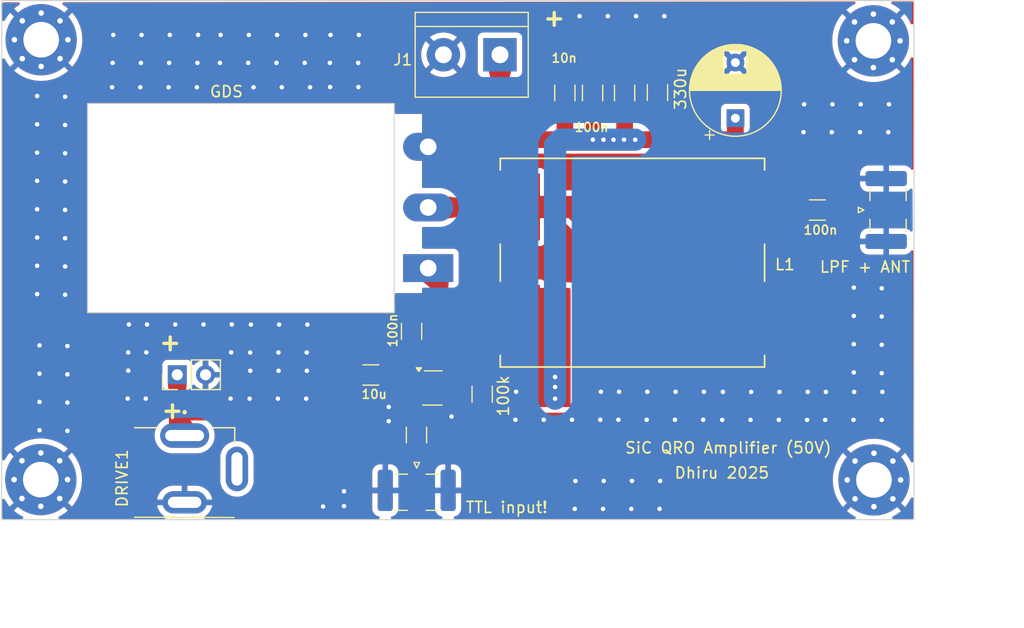
<source format=kicad_pcb>
(kicad_pcb
	(version 20241228)
	(generator "pcbnew")
	(generator_version "9.0")
	(general
		(thickness 1.6)
		(legacy_teardrops no)
	)
	(paper "User" 299.999 299.999)
	(layers
		(0 "F.Cu" signal)
		(2 "B.Cu" signal)
		(9 "F.Adhes" user "F.Adhesive")
		(13 "F.Paste" user)
		(5 "F.SilkS" user "F.Silkscreen")
		(1 "F.Mask" user)
		(3 "B.Mask" user)
		(17 "Dwgs.User" user "User.Drawings")
		(19 "Cmts.User" user "User.Comments")
		(21 "Eco1.User" user "User.Eco1")
		(23 "Eco2.User" user "User.Eco2")
		(25 "Edge.Cuts" user)
		(27 "Margin" user)
		(31 "F.CrtYd" user "F.Courtyard")
		(29 "B.CrtYd" user "B.Courtyard")
		(35 "F.Fab" user)
	)
	(setup
		(pad_to_mask_clearance 0)
		(allow_soldermask_bridges_in_footprints no)
		(tenting front back)
		(pcbplotparams
			(layerselection 0x55555555_57575573)
			(plot_on_all_layers_selection 0x00000000_00000000)
			(disableapertmacros no)
			(usegerberextensions no)
			(usegerberattributes yes)
			(usegerberadvancedattributes yes)
			(creategerberjobfile yes)
			(dashed_line_dash_ratio 12.000000)
			(dashed_line_gap_ratio 3.000000)
			(svgprecision 6)
			(plotframeref no)
			(mode 1)
			(useauxorigin no)
			(hpglpennumber 1)
			(hpglpenspeed 20)
			(hpglpendiameter 15.000000)
			(pdf_front_fp_property_popups yes)
			(pdf_back_fp_property_popups yes)
			(pdf_metadata yes)
			(dxfpolygonmode yes)
			(dxfimperialunits yes)
			(dxfusepcbnewfont yes)
			(psnegative no)
			(psa4output no)
			(plotinvisibletext no)
			(sketchpadsonfab no)
			(plotpadnumbers no)
			(hidednponfab no)
			(sketchdnponfab yes)
			(crossoutdnponfab yes)
			(subtractmaskfromsilk no)
			(outputformat 4)
			(mirror no)
			(drillshape 2)
			(scaleselection 1)
			(outputdirectory "plots/")
		)
	)
	(net 0 "")
	(net 1 "GND")
	(net 2 "Net-(Q1-G)")
	(net 3 "/DRAIN")
	(net 4 "Net-(RF_OUT1-In)")
	(net 5 "9V")
	(net 6 "Net-(RF_IN1-In)")
	(net 7 "Net-(C3-Pad2)")
	(net 8 "+VDC")
	(net 9 "unconnected-(DRIVE1-Pad3)")
	(net 10 "Net-(U2-IN+)")
	(footprint "Capacitor_SMD:C_1206_3216Metric_Pad1.33x1.80mm_HandSolder" (layer "F.Cu") (at 194.25 70.9875 90))
	(pad "2" smd roundrect
		(at 1.5625 0 90)
		(size 1.325 1.8)
		(layers "F.Cu" "F.Mask" "F.Paste")
		(roundrect_rratio 0.188679)
		(net 1 "GND")
		(pintype "passive")
		(teardrops
			(best_length_ratio 0.5)
			(max_length 1)
			(best_width_ratio 1)
			(max_width 2)
			(curved_edges no)filter_ratio 0.9)
		(enabled yes)
		(allow_two_segments yes)
		(prefer_zone_connections yes)
	)
	(uuid "8f4ccdde-bc2a-4284-ac0c-4d39569bc160")
)
(embedded_fonts no)
(model "${KICAD8_3DMODEL_DIR}/Capacitor_SMD.3dshapes/C_1206_3216Metric.wrl"
	(offset
		(xyz 0 0 0)
	)
	(scale
		(xyz 1 1 1)
	)
	(rotate
		(xyz 0 0 0)
	)
)
)
(footprint "MountingHole:MountingHole_3.2mm_M3_Pad_Via" (layer "F.Cu") (at 141.8 105.72))
(pad "1" thru_hole circle
	(at -1.697056 -1.697056)
	(size 0.8 0.8)
	(drill 0.5)
	(layers "*.Cu" "*.Mask")
	(remove_unused_layers no)
	(net 1 "GND")
	(pinfunction "1")
	(pintype "input")
	(teardrops
		(best_length_ratio 0.5)
		(max_length 1)
		(best_width_ratio 1)
		(max_width 2)
		(curved_edges no)filter_ratio 0.9)
	(enabled yes)
	(allow_two_segments yes)
	(prefer_zone_connections yes)
)
(uuid "3d93a69e-17a7-4894-87d4-d0505128326d")
)
(pad "1" thru_hole circle
	(at -1.697056 1.697056)
	(size 0.8 0.8)
	(drill 0.5)
	(layers "*.Cu" "*.Mask")
	(remove_unused_layers no)
	(net 1 "GND")
	(pinfunction "1")
	(pintype "input")
	(teardrops
		(best_length_ratio 0.5)
		(max_length 1)
		(best_width_ratio 1)
		(max_width 2)
		(curved_edges no)filter_ratio 0.9)
	(enabled yes)
	(allow_two_segments yes)
	(prefer_zone_connections yes)
)
(uuid "a65d2c22-7a5f-4ada-b71a-41ac101d9f9e")
)
(pad "1" thru_hole circle
	(at 0 -2.4)
	(size 0.8 0.8)
	(drill 0.5)
	(layers "*.Cu" "*.Mask")
	(remove_unused_layers no)
	(net 1 "GND")
	(pinfunction "1")
	(pintype "input")
	(teardrops
		(best_length_ratio 0.5)
		(max_length 1)
		(best_width_ratio 1)
		(max_width 2)
		(curved_edges no)filter_ratio 0.9)
	(enabled yes)
	(allow_two_segments yes)
	(prefer_zone_connections yes)
)
(uuid "5c10514b-0cc1-44e3-ac70-b0e8640851d5")
)
(pad "1" thru_hole circle
	(at 0 0)
	(size 6.4 6.4)
	(drill 3.2)
	(layers "*.Cu" "*.Mask")
	(remove_unused_layers no)
	(net 1 "GND")
	(pinfunction "1")
	(pintype "input")
	(teardrops
		(best_length_ratio 0.5)
		(max_length 1)
		(best_width_ratio 1)
		(max_width 2)
		(curved_edges no)filter_ratio 0.9)
	(enabled yes)
	(allow_two_segments yes)
	(prefer_zone_connections yes)
)
(uuid "9f394d93-846a-4d34-81ea-1f47cfc01dc4")
)
(pad "1" thru_hole circle
	(at 0 2.4)
	(size 0.8 0.8)
	(drill 0.5)
	(layers "*.Cu" "*.Mask")
	(remove_unused_layers no)
	(net 1 "GND")
	(pinfunction "1")
	(pintype "input")
	(teardrops
		(best_length_ratio 0.5)
		(max_length 1)
		(best_width_ratio 1)
		(max_width 2)
		(curved_edges no)filter_ratio 0.9)
	(enabled yes)
	(allow_two_segments yes)
	(prefer_zone_connections yes)
)
(uuid "722f47ed-1615-4af4-9085-35c9d3f0a744")
)
(pad "1" thru_hole circle
	(at 1.697056 -1.697056)
	(size 0.8 0.8)
	(drill 0.5)
	(layers "*.Cu" "*.Mask")
	(remove_unused_layers no)
	(net 1 "GND")
	(pinfunction "1")
	(pintype "input")
	(teardrops
		(best_length_ratio 0.5)
		(max_length 1)
		(best_width_ratio 1)
		(max_width 2)
		(curved_edges no)filter_ratio 0.9)
	(enabled yes)
	(allow_two_segments yes)
	(prefer_zone_connections yes)
)
(uuid "47ca5ed2-031c-4a0e-92d2-27a3efef4ca2")
)
(pad "1" thru_hole circle
	(at 1.697056 1.697056)
	(size 0.8 0.8)
	(drill 0.5)
	(layers "*.Cu" "*.Mask")
	(remove_unused_layers no)
	(net 1 "GND")
	(pinfunction "1")
	(pintype "input")
	(teardrops
		(best_length_ratio 0.5)
		(max_length 1)
		(best_width_ratio 1)
		(max_width 2)
		(curved_edges no)filter_ratio 0.9)
	(enabled yes)
	(allow_two_segments yes)
	(prefer_zone_connections yes)
)
(uuid "33c1d43f-13a4-4446-bb4f-c834ff6513f0")
)
(pad "1" thru_hole circle
	(at 2.4 0)
	(size 0.8 0.8)
	(drill 0.5)
	(layers "*.Cu" "*.Mask")
	(remove_unused_layers no)
	(net 1 "GND")
	(pinfunction "1")
	(pintype "input")
	(teardrops
		(best_length_ratio 0.5)
		(max_length 1)
		(best_width_ratio 1)
		(max_width 2)
		(curved_edges no)filter_ratio 0.9)
	(enabled yes)
	(allow_two_segments yes)
	(prefer_zone_connections yes)
)
(uuid "8090bd3e-c31f-45fe-a30b-4e08b76ceb9d")
)
(embedded_fonts no)
)
(footprint "Connector_Coaxial:SMA_Samtec_SMA-J-P-H-ST-EM1_EdgeMount" (layer "F.Cu") (at 218 81.5))
(pad "2" smd roundrect
	(at -0.25 -2.825 90)
	(size 1.35 3.7)
	(layers "F.Cu" "F.Mask")
	(roundrect_rratio 0.1851851852)
	(net 1 "GND")
	(pinfunction "Ext")
	(pintype "passive")
	(teardrops
		(best_length_ratio 0.5)
		(max_length 1)
		(best_width_ratio 1)
		(max_width 2)
		(curved_edges no)filter_ratio 0.9)
	(enabled yes)
	(allow_two_segments yes)
	(prefer_zone_connections yes)
)
(uuid "6d65885a-19a0-4f23-985b-6268c4a7b3ed")
)
(pad "2" smd roundrect
	(at -0.25 -2.825 90)
	(size 1.35 3.7)
	(layers "B.Cu" "B.Mask")
	(roundrect_rratio 0.1851851852)
	(net 1 "GND")
	(pinfunction "Ext")
	(pintype "passive")
	(teardrops
		(best_length_ratio 0.5)
		(max_length 1)
		(best_width_ratio 1)
		(max_width 2)
		(curved_edges no)filter_ratio 0.9)
	(enabled yes)
	(allow_two_segments yes)
	(prefer_zone_connections yes)
)
(uuid "af10cd93-6abe-4e4f-8ca1-d1d052992786")
)
(pad "2" smd roundrect
	(at -0.25 2.825 90)
	(size 1.35 3.7)
	(layers "F.Cu" "F.Mask")
	(roundrect_rratio 0.1851851852)
	(net 1 "GND")
	(pinfunction "Ext")
	(pintype "passive")
	(teardrops
		(best_length_ratio 0.5)
		(max_length 1)
		(best_width_ratio 1)
		(max_width 2)
		(curved_edges no)filter_ratio 0.9)
	(enabled yes)
	(allow_two_segments yes)
	(prefer_zone_connections yes)
)
(uuid "2bfa9498-7ac3-47b3-9a85-5feec7073db4")
)
(pad "2" smd roundrect
	(at -0.25 2.825 90)
	(size 1.35 3.7)
	(layers "B.Cu" "B.Mask")
	(roundrect_rratio 0.1851851852)
	(net 1 "GND")
	(pinfunction "Ext")
	(pintype "passive")
	(teardrops
		(best_length_ratio 0.5)
		(max_length 1)
		(best_width_ratio 1)
		(max_width 2)
		(curved_edges no)filter_ratio 0.9)
	(enabled yes)
	(allow_two_segments yes)
	(prefer_zone_connections yes)
)
(uuid "622d2af8-92ec-47c7-8635-8b53485e3f92")
)
(embedded_fonts no)
(model "${KICAD8_3DMODEL_DIR}/Connector_Coaxial.3dshapes/SMA_Samtec_SMA-J-P-H-ST-EM1_EdgeMount.wrl"
	(offset
		(xyz 0 0 0)
	)
	(scale
		(xyz 1 1 1)
	)
	(rotate
		(xyz 0 0 0)
	)
)
)
(footprint "Capacitor_SMD:C_1206_3216Metric_Pad1.33x1.80mm_HandSolder" (layer "F.Cu") (at 175.55 101.7125 90))
(pad "2" smd roundrect
	(at 1.5625 0 90)
	(size 1.325 1.8)
	(layers "F.Cu" "F.Mask" "F.Paste")
	(roundrect_rratio 0.188679)
	(net 10 "Net-(U2-IN+)")
	(pintype "passive")
	(teardrops
		(best_length_ratio 0.5)
		(max_length 1)
		(best_width_ratio 1)
		(max_width 2)
		(curved_edges no)filter_ratio 0.9)
	(enabled yes)
	(allow_two_segments yes)
	(prefer_zone_connections yes)
)
(uuid "92875872-93b7-48be-b64c-f036bf96f7a4")
)
(embedded_fonts no)
(model "${KICAD8_3DMODEL_DIR}/Capacitor_SMD.3dshapes/C_1206_3216Metric.wrl"
	(offset
		(xyz 0 0 0)
	)
	(scale
		(xyz 1 1 1)
	)
	(rotate
		(xyz 0 0 0)
	)
)
)
(footprint "Capacitor_SMD:C_1206_3216Metric_Pad1.33x1.80mm_HandSolder" (layer "F.Cu") (at 171.45 96.32))
(pad "2" smd roundrect
	(at 1.5625 0)
	(size 1.325 1.8)
	(layers "F.Cu" "F.Mask" "F.Paste")
	(roundrect_rratio 0.1886792453)
	(net 1 "GND")
	(pintype "passive")
	(teardrops
		(best_length_ratio 0.5)
		(max_length 1)
		(best_width_ratio 1)
		(max_width 2)
		(curved_edges no)filter_ratio 0.9)
	(enabled yes)
	(allow_two_segments yes)
	(prefer_zone_connections yes)
)
(uuid "28b2ceb6-c0f5-4859-b81e-6b723efdff65")
)
(embedded_fonts no)
(model "${KICAD8_3DMODEL_DIR}/Capacitor_SMD.3dshapes/C_1206_3216Metric.wrl"
	(offset
		(xyz 0 0 0)
	)
	(scale
		(xyz 1 1 1)
	)
	(rotate
		(xyz 0 0 0)
	)
)
)
(footprint "Capacitor_SMD:C_1206_3216Metric_Pad1.33x1.80mm_HandSolder" (layer "F.Cu") (at 175.11 92.4 90))
(pad "2" smd roundrect
	(at 1.5625 0 90)
	(size 1.325 1.8)
	(layers "F.Cu" "F.Mask" "F.Paste")
	(roundrect_rratio 0.1886792453)
	(net 1 "GND")
	(pintype "passive")
	(teardrops
		(best_length_ratio 0.5)
		(max_length 1)
		(best_width_ratio 1)
		(max_width 2)
		(curved_edges no)filter_ratio 0.9)
	(enabled yes)
	(allow_two_segments yes)
	(prefer_zone_connections yes)
)
(uuid "43095db0-fa87-4eb8-95c3-023775242202")
)
(embedded_fonts no)
(model "${KICAD6_3DMODEL_DIR}/Capacitor_SMD.3dshapes/C_1206_3216Metric.wrl"
	(offset
		(xyz 0 0 0)
	)
	(scale
		(xyz 1 1 1)
	)
	(rotate
		(xyz 0 0 0)
	)
)
)
(footprint "MountingHole:MountingHole_3.2mm_M3_Pad_Via" (layer "F.Cu") (at 216.65 105.75))
(pad "1" thru_hole circle
	(at -1.697056 -1.697056)
	(size 0.8 0.8)
	(drill 0.5)
	(layers "*.Cu" "*.Mask")
	(remove_unused_layers no)
	(net 1 "GND")
	(pinfunction "1")
	(pintype "input")
	(teardrops
		(best_length_ratio 0.5)
		(max_length 1)
		(best_width_ratio 1)
		(max_width 2)
		(curved_edges no)filter_ratio 0.9)
	(enabled yes)
	(allow_two_segments yes)
	(prefer_zone_connections yes)
)
(uuid "8bffac49-57c8-4c8e-8c10-fcef997d9777")
)
(pad "1" thru_hole circle
	(at -1.697056 1.697056)
	(size 0.8 0.8)
	(drill 0.5)
	(layers "*.Cu" "*.Mask")
	(remove_unused_layers no)
	(net 1 "GND")
	(pinfunction "1")
	(pintype "input")
	(teardrops
		(best_length_ratio 0.5)
		(max_length 1)
		(best_width_ratio 1)
		(max_width 2)
		(curved_edges no)filter_ratio 0.9)
	(enabled yes)
	(allow_two_segments yes)
	(prefer_zone_connections yes)
)
(uuid "7f2f5cf0-0e3f-49a0-a2fe-153766bccd44")
)
(pad "1" thru_hole circle
	(at 0 -2.4)
	(size 0.8 0.8)
	(drill 0.5)
	(layers "*.Cu" "*.Mask")
	(remove_unused_layers no)
	(net 1 "GND")
	(pinfunction "1")
	(pintype "input")
	(teardrops
		(best_length_ratio 0.5)
		(max_length 1)
		(best_width_ratio 1)
		(max_width 2)
		(curved_edges no)filter_ratio 0.9)
	(enabled yes)
	(allow_two_segments yes)
	(prefer_zone_connections yes)
)
(uuid "5900c2d5-e080-428c-ae2a-fe88fe354532")
)
(pad "1" thru_hole circle
	(at 0 0)
	(size 6.4 6.4)
	(drill 3.2)
	(layers "*.Cu" "*.Mask")
	(remove_unused_layers no)
	(net 1 "GND")
	(pinfunction "1")
	(pintype "input")
	(teardrops
		(best_length_ratio 0.5)
		(max_length 1)
		(best_width_ratio 1)
		(max_width 2)
		(curved_edges no)filter_ratio 0.9)
	(enabled yes)
	(allow_two_segments yes)
	(prefer_zone_connections yes)
)
(uuid "fa97407a-54a7-408b-9949-2d450df01ee0")
)
(pad "1" thru_hole circle
	(at 0 2.4)
	(size 0.8 0.8)
	(drill 0.5)
	(layers "*.Cu" "*.Mask")
	(remove_unused_layers no)
	(net 1 "GND")
	(pinfunction "1")
	(pintype "input")
	(teardrops
		(best_length_ratio 0.5)
		(max_length 1)
		(best_width_ratio 1)
		(max_width 2)
		(curved_edges no)filter_ratio 0.9)
	(enabled yes)
	(allow_two_segments yes)
	(prefer_zone_connections yes)
)
(uuid "76223e99-417e-488a-baa9-a2e21fd8b5fb")
)
(pad "1" thru_hole circle
	(at 1.697056 -1.697056)
	(size 0.8 0.8)
	(drill 0.5)
	(layers "*.Cu" "*.Mask")
	(remove_unused_layers no)
	(net 1 "GND")
	(pinfunction "1")
	(pintype "input")
	(teardrops
		(best_length_ratio 0.5)
		(max_length 1)
		(best_width_ratio 1)
		(max_width 2)
		(curved_edges no)filter_ratio 0.9)
	(enabled yes)
	(allow_two_segments yes)
	(prefer_zone_connections yes)
)
(uuid "cced25d0-bd41-441c-b65e-800f172e5238")
)
(pad "1" thru_hole circle
	(at 1.697056 1.697056)
	(size 0.8 0.8)
	(drill 0.5)
	(layers "*.Cu" "*.Mask")
	(remove_unused_layers no)
	(net 1 "GND")
	(pinfunction "1")
	(pintype "input")
	(teardrops
		(best_length_ratio 0.5)
		(max_length 1)
		(best_width_ratio 1)
		(max_width 2)
		(curved_edges no)filter_ratio 0.9)
	(enabled yes)
	(allow_two_segments yes)
	(prefer_zone_connections yes)
)
(uuid "024490a2-5e52-4be0-94de-9e64c7bf4d3a")
)
(pad "1" thru_hole circle
	(at 2.4 0)
	(size 0.8 0.8)
	(drill 0.5)
	(layers "*.Cu" "*.Mask")
	(remove_unused_layers no)
	(net 1 "GND")
	(pinfunction "1")
	(pintype "input")
	(teardrops
		(best_length_ratio 0.5)
		(max_length 1)
		(best_width_ratio 1)
		(max_width 2)
		(curved_edges no)filter_ratio 0.9)
	(enabled yes)
	(allow_two_segments yes)
	(prefer_zone_connections yes)
)
(uuid "d2545210-ecdf-4d72-89d5-a00984a5ce4a")
)
(embedded_fonts no)
)
(footprint "Connector_Coaxial:SMA_Samtec_SMA-J-P-H-ST-EM1_EdgeMount" (layer "F.Cu") (at 175.57 106.94 -90))
(pad "2" smd roundrect
	(at -0.25 -2.825)
	(size 1.35 3.7)
	(layers "F.Cu" "F.Mask")
	(roundrect_rratio 0.1851851852)
	(net 1 "GND")
	(pinfunction "Ext")
	(pintype "passive")
	(teardrops
		(best_length_ratio 0.5)
		(max_length 1)
		(best_width_ratio 1)
		(max_width 2)
		(curved_edges no)filter_ratio 0.9)
	(enabled yes)
	(allow_two_segments yes)
	(prefer_zone_connections yes)
)
(uuid "01669e0d-568a-4474-9dd9-23d0b9e040c3")
)
(pad "2" smd roundrect
	(at -0.25 -2.825)
	(size 1.35 3.7)
	(layers "B.Cu" "B.Mask")
	(roundrect_rratio 0.1851851852)
	(net 1 "GND")
	(pinfunction "Ext")
	(pintype "passive")
	(teardrops
		(best_length_ratio 0.5)
		(max_length 1)
		(best_width_ratio 1)
		(max_width 2)
		(curved_edges no)filter_ratio 0.9)
	(enabled yes)
	(allow_two_segments yes)
	(prefer_zone_connections yes)
)
(uuid "e9e7e060-9fe9-499b-8bba-802e23e2322c")
)
(pad "2" smd roundrect
	(at -0.25 2.825)
	(size 1.35 3.7)
	(layers "F.Cu" "F.Mask")
	(roundrect_rratio 0.1851851852)
	(net 1 "GND")
	(pinfunction "Ext")
	(pintype "passive")
	(teardrops
		(best_length_ratio 0.5)
		(max_length 1)
		(best_width_ratio 1)
		(max_width 2)
		(curved_edges no)filter_ratio 0.9)
	(enabled yes)
	(allow_two_segments yes)
	(prefer_zone_connections yes)
)
(uuid "62f25257-96d6-4853-af81-888ae554d71f")
)
(pad "2" smd roundrect
	(at -0.25 2.825)
	(size 1.35 3.7)
	(layers "B.Cu" "B.Mask")
	(roundrect_rratio 0.1851851852)
	(net 1 "GND")
	(pinfunction "Ext")
	(pintype "passive")
	(teardrops
		(best_length_ratio 0.5)
		(max_length 1)
		(best_width_ratio 1)
		(max_width 2)
		(curved_edges no)filter_ratio 0.9)
	(enabled yes)
	(allow_two_segments yes)
	(prefer_zone_connections yes)
)
(uuid "92e0e7ab-033a-497e-ba3d-bb6bd4f583f0")
)
(embedded_fonts no)
(model "${KICAD8_3DMODEL_DIR}/Connector_Coaxial.3dshapes/SMA_Samtec_SMA-J-P-H-ST-EM1_EdgeMount.wrl"
	(offset
		(xyz 0 0 0)
	)
	(scale
		(xyz 1 1 1)
	)
	(rotate
		(xyz 0 0 0)
	)
)
)
(footprint "footprints:TO-247-3_Horizontal_TabDown_Modded" (layer "F.Cu") (at 176.6 86.72 90))
(pad "2" thru_hole oval
	(at 5.45 0 90)
	(size 2.5 4.5)
	(drill 1.5)
	(layers "*.Cu" "*.Mask")
	(remove_unused_layers no)
	(net 3 "/DRAIN")
	(pinfunction "D")
	(pintype "passive")
	(teardrops
		(best_length_ratio 0.5)
		(max_length 1)
		(best_width_ratio 1)
		(max_width 2)
		(curved_edges no)filter_ratio 0.9)
	(enabled yes)
	(allow_two_segments yes)
	(prefer_zone_connections yes)
)
(uuid "528bb8a8-f9b5-404b-84d4-0705bf9dc296")
)
(pad "3" thru_hole oval
	(at 10.9 0 90)
	(size 2.5 4.5)
	(drill 1.5)
	(layers "*.Cu" "*.Mask")
	(remove_unused_layers no)
	(net 1 "GND")
	(pinfunction "S")
	(pintype "passive")
	(zone_connect 2)
	(teardrops
		(best_length_ratio 0.5)
		(max_length 1)
		(best_width_ratio 1)
		(max_width 2)
		(curved_edges no)filter_ratio 0.9)
	(enabled yes)
	(allow_two_segments yes)
	(prefer_zone_connections yes)
)
(uuid "62945333-87a3-4691-87d5-fc00bd4c2409")
)
(embedded_fonts no)
(model "${KICAD9_3DMODEL_DIR}/Package_TO_SOT_THT.3dshapes/TO-247-3_Vertical.step"
	(offset
		(xyz 0 0 -3)
	)
	(scale
		(xyz 1 1 1)
	)
	(rotate
		(xyz 90 -0 -0)
	)
)
)
(footprint "Capacitor_SMD:C_1206_3216Metric_Pad1.33x1.80mm_HandSolder" (layer "F.Cu") (at 211.5625 81.5 180))
(pad "2" smd roundrect
	(at 1.5625 0 180)
	(size 1.325 1.8)
	(layers "F.Cu" "F.Mask" "F.Paste")
	(roundrect_rratio 0.1886792453)
	(net 7 "Net-(C3-Pad2)")
	(pintype "passive")
	(teardrops
		(best_length_ratio 0.5)
		(max_length 1)
		(best_width_ratio 1)
		(max_width 2)
		(curved_edges no)filter_ratio 0.9)
	(enabled yes)
	(allow_two_segments yes)
	(prefer_zone_connections yes)
)
(uuid "4734b57b-533d-4445-abe5-ae0d82475e73")
)
(embedded_fonts no)
(model "${KICAD6_3DMODEL_DIR}/Capacitor_SMD.3dshapes/C_1206_3216Metric.wrl"
	(offset
		(xyz 0 0 0)
	)
	(scale
		(xyz 1 1 1)
	)
	(rotate
		(xyz 0 0 0)
	)
)
)
(footprint "Package_TO_SOT_SMD:TSOT-23-5_HandSoldering" (layer "F.Cu") (at 176.98 97.4625))
(pad "2" smd roundrect
	(at -1.71 0)
	(size 2 0.65)
	(layers "F.Cu" "F.Mask" "F.Paste")
	(roundrect_rratio 0.25)
	(net 1 "GND")
	(pinfunction "GND")
	(pintype "input")
	(teardrops
		(best_length_ratio 0.5)
		(max_length 1)
		(best_width_ratio 1)
		(max_width 2)
		(curved_edges no)filter_ratio 0.9)
	(enabled yes)
	(allow_two_segments yes)
	(prefer_zone_connections yes)
)
(uuid "620a6db5-72cf-4a0b-b6be-4e8a2147bd97")
)
(pad "3" smd roundrect
	(at -1.71 0.95)
	(size 2 0.65)
	(layers "F.Cu" "F.Mask" "F.Paste")
	(roundrect_rratio 0.25)
	(net 10 "Net-(U2-IN+)")
	(pinfunction "IN+")
	(pintype "input")
	(teardrops
		(best_length_ratio 0.5)
		(max_length 1)
		(best_width_ratio 1)
		(max_width 2)
		(curved_edges no)filter_ratio 0.9)
	(enabled yes)
	(allow_two_segments yes)
	(prefer_zone_connections yes)
)
(uuid "7449a5bc-f48b-49da-ab8a-65f3cbe29318")
)
(pad "4" smd roundrect
	(at 1.71 0.95)
	(size 2 0.65)
	(layers "F.Cu" "F.Mask" "F.Paste")
	(roundrect_rratio 0.25)
	(net 1 "GND")
	(pinfunction "IN-")
	(pintype "input")
	(teardrops
		(best_length_ratio 0.5)
		(max_length 1)
		(best_width_ratio 1)
		(max_width 2)
		(curved_edges no)filter_ratio 0.9)
	(enabled yes)
	(allow_two_segments yes)
	(prefer_zone_connections yes)
)
(uuid "8a568ddb-f58e-46ba-bf66-6708d0e7b9de")
)
(pad "5" smd roundrect
	(at 1.71 -0.95)
	(size 2 0.65)
	(layers "F.Cu" "F.Mask" "F.Paste")
	(roundrect_rratio 0.25)
	(net 2 "Net-(Q1-G)")
	(pinfunction "OUT")
	(pintype "output")
	(teardrops
		(best_length_ratio 0.5)
		(max_length 1)
		(best_width_ratio 1)
		(max_width 2)
		(curved_edges no)filter_ratio 0.9)
	(enabled yes)
	(allow_two_segments yes)
	(prefer_zone_connections yes)
)
(uuid "a53b3daf-e196-461a-a059-c017bd01ffd2")
)
(embedded_fonts no)
(model "${KICAD8_3DMODEL_DIR}/Package_TO_SOT_SMD.3dshapes/TSOT-23-5.wrl"
	(offset
		(xyz 0 0 0)
	)
	(scale
		(xyz 1 1 1)
	)
	(rotate
		(xyz 0 0 0)
	)
)
)
(footprint "Capacitor_THT:CP_Radial_D8.0mm_P5.00mm" (layer "F.Cu") (at 204.2 73.25 90))
(pad "2" thru_hole circle
	(at 5 0 90)
	(size 1.6 1.6)
	(drill 0.8)
	(layers "*.Cu" "*.Mask")
	(remove_unused_layers no)
	(net 1 "GND")
	(pintype "passive")
	(teardrops
		(best_length_ratio 0.5)
		(max_length 1)
		(best_width_ratio 1)
		(max_width 2)
		(curved_edges no)filter_ratio 0.9)
	(enabled yes)
	(allow_two_segments yes)
	(prefer_zone_connections yes)
)
(uuid "070ae849-1980-4c3d-a6c2-42333b88cf03")
)
(embedded_fonts no)
(model "${KICAD8_3DMODEL_DIR}/Capacitor_THT.3dshapes/CP_Radial_D8.0mm_P5.00mm.wrl"
	(offset
		(xyz 0 0 0)
	)
	(scale
		(xyz 1 1 1)
	)
	(rotate
		(xyz 0 0 0)
	)
)
)
(footprint "footprints:XKB_DC-005-5A-2.0_Modded" (layer "F.Cu") (at 154.72 107.76 90))
(pad "2" thru_hole oval
	(at 0 0 90)
	(size 2 4)
	(drill oval 1 3)
	(layers "*.Cu" "*.Mask")
	(remove_unused_layers no)
	(net 1 "GND")
	(pintype "passive")
	(teardrops
		(best_length_ratio 0.5)
		(max_length 1)
		(best_width_ratio 1)
		(max_width 2)
		(curved_edges no)filter_ratio 0.9)
	(enabled yes)
	(allow_two_segments yes)
	(prefer_zone_connections yes)
)
(uuid "67c588cd-7e20-4029-93fc-12ec9d9e2417")
)
(pad "3" thru_hole oval
	(at 3 4.7 90)
	(size 4 2)
	(drill oval 3 1)
	(layers "*.Cu" "*.Mask")
	(remove_unused_layers no)
	(net 9 "unconnected-(DRIVE1-Pad3)")
	(pintype "passive+no_connect")
	(teardrops
		(best_length_ratio 0.5)
		(max_length 1)
		(best_width_ratio 1)
		(max_width 2)
		(curved_edges no)filter_ratio 0.9)
	(enabled yes)
	(allow_two_segments yes)
	(prefer_zone_connections yes)
)
(uuid "4a182554-3ca9-4e80-9558-5ba2f23a12cd")
)
(embedded_fonts no)
(model "${KIPRJMOD}/models/DC-005-5A-2.0.step"
	(offset
		(xyz -7.5 0 4)
	)
	(scale
		(xyz 1 1 1)
	)
	(rotate
		(xyz 90 -180 -90)
	)
)
)
(footprint "MountingHole:MountingHole_3.2mm_M3_Pad_Via" (layer "F.Cu") (at 141.83 66.2))
(pad "1" thru_hole circle
	(at -1.697056 -1.697056)
	(size 0.8 0.8)
	(drill 0.5)
	(layers "*.Cu" "*.Mask")
	(remove_unused_layers no)
	(net 1 "GND")
	(pinfunction "1")
	(pintype "input")
	(teardrops
		(best_length_ratio 0.5)
		(max_length 1)
		(best_width_ratio 1)
		(max_width 2)
		(curved_edges no)filter_ratio 0.9)
	(enabled yes)
	(allow_two_segments yes)
	(prefer_zone_connections yes)
)
(uuid "0aabd713-9a44-41a3-8b73-b256ca0206d2")
)
(pad "1" thru_hole circle
	(at -1.697056 1.697056)
	(size 0.8 0.8)
	(drill 0.5)
	(layers "*.Cu" "*.Mask")
	(remove_unused_layers no)
	(net 1 "GND")
	(pinfunction "1")
	(pintype "input")
	(teardrops
		(best_length_ratio 0.5)
		(max_length 1)
		(best_width_ratio 1)
		(max_width 2)
		(curved_edges no)filter_ratio 0.9)
	(enabled yes)
	(allow_two_segments yes)
	(prefer_zone_connections yes)
)
(uuid "87ceaefd-ac05-415a-85aa-8f29331abf56")
)
(pad "1" thru_hole circle
	(at 0 -2.4)
	(size 0.8 0.8)
	(drill 0.5)
	(layers "*.Cu" "*.Mask")
	(remove_unused_layers no)
	(net 1 "GND")
	(pinfunction "1")
	(pintype "input")
	(teardrops
		(best_length_ratio 0.5)
		(max_length 1)
		(best_width_ratio 1)
		(max_width 2)
		(curved_edges no)filter_ratio 0.9)
	(enabled yes)
	(allow_two_segments yes)
	(prefer_zone_connections yes)
)
(uuid "9f973fec-86c8-4c61-9cb9-d3ed10d4fecf")
)
(pad "1" thru_hole circle
	(at 0 0)
	(size 6.4 6.4)
	(drill 3.2)
	(layers "*.Cu" "*.Mask")
	(remove_unused_layers no)
	(net 1 "GND")
	(pinfunction "1")
	(pintype "input")
	(teardrops
		(best_length_ratio 0.5)
		(max_length 1)
		(best_width_ratio 1)
		(max_width 2)
		(curved_edges no)filter_ratio 0.9)
	(enabled yes)
	(allow_two_segments yes)
	(prefer_zone_connections yes)
)
(uuid "6d5352aa-b290-4dad-a2bd-0b7f1b05872e")
)
(pad "1" thru_hole circle
	(at 0 2.4)
	(size 0.8 0.8)
	(drill 0.5)
	(layers "*.Cu" "*.Mask")
	(remove_unused_layers no)
	(net 1 "GND")
	(pinfunction "1")
	(pintype "input")
	(teardrops
		(best_length_ratio 0.5)
		(max_length 1)
		(best_width_ratio 1)
		(max_width 2)
		(curved_edges no)filter_ratio 0.9)
	(enabled yes)
	(allow_two_segments yes)
	(prefer_zone_connections yes)
)
(uuid "c1103cf9-95e7-4a40-895f-1cb4c8a8dc4b")
)
(pad "1" thru_hole circle
	(at 1.697056 -1.697056)
	(size 0.8 0.8)
	(drill 0.5)
	(layers "*.Cu" "*.Mask")
	(remove_unused_layers no)
	(net 1 "GND")
	(pinfunction "1")
	(pintype "input")
	(teardrops
		(best_length_ratio 0.5)
		(max_length 1)
		(best_width_ratio 1)
		(max_width 2)
		(curved_edges no)filter_ratio 0.9)
	(enabled yes)
	(allow_two_segments yes)
	(prefer_zone_connections yes)
)
(uuid "3a680a4a-f8d7-4418-bec4-7122e435d49a")
)
(pad "1" thru_hole circle
	(at 1.697056 1.697056)
	(size 0.8 0.8)
	(drill 0.5)
	(layers "*.Cu" "*.Mask")
	(remove_unused_layers no)
	(net 1 "GND")
	(pinfunction "1")
	(pintype "input")
	(teardrops
		(best_length_ratio 0.5)
		(max_length 1)
		(best_width_ratio 1)
		(max_width 2)
		(curved_edges no)filter_ratio 0.9)
	(enabled yes)
	(allow_two_segments yes)
	(prefer_zone_connections yes)
)
(uuid "b56ae8db-86c8-4c28-abbc-bc45b8cc2557")
)
(pad "1" thru_hole circle
	(at 2.4 0)
	(size 0.8 0.8)
	(drill 0.5)
	(layers "*.Cu" "*.Mask")
	(remove_unused_layers no)
	(net 1 "GND")
	(pinfunction "1")
	(pintype "input")
	(teardrops
		(best_length_ratio 0.5)
		(max_length 1)
		(best_width_ratio 1)
		(max_width 2)
		(curved_edges no)filter_ratio 0.9)
	(enabled yes)
	(allow_two_segments yes)
	(prefer_zone_connections yes)
)
(uuid "ad01a6cd-0425-4906-99c5-e6246da59b6a")
)
(embedded_fonts no)
)
(footprint "Capacitor_SMD:C_1206_3216Metric_Pad1.33x1.80mm_HandSolder" (layer "F.Cu") (at 191.37 70.98 90))
(pad "2" smd roundrect
	(at 1.5625 0 90)
	(size 1.325 1.8)
	(layers "F.Cu" "F.Mask" "F.Paste")
	(roundrect_rratio 0.1886792453)
	(net 1 "GND")
	(pintype "passive")
	(teardrops
		(best_length_ratio 0.5)
		(max_length 1)
		(best_width_ratio 1)
		(max_width 2)
		(curved_edges no)filter_ratio 0.9)
	(enabled yes)
	(allow_two_segments yes)
	(prefer_zone_connections yes)
)
(uuid "4b90a6fe-f368-48fb-94c7-4fd6dfe69626")
)
(embedded_fonts no)
(model "${KICAD6_3DMODEL_DIR}/Capacitor_SMD.3dshapes/C_1206_3216Metric.wrl"
	(offset
		(xyz 0 0 0)
	)
	(scale
		(xyz 1 1 1)
	)
	(rotate
		(xyz 0 0 0)
	)
)
)
(footprint "TerminalBlock:TerminalBlock_bornier-2_P5.08mm" (layer "F.Cu") (at 183.05 67.55 180))
(pad "2" thru_hole circle
	(at 5.08 0 180)
	(size 3 3)
	(drill 1.52)
	(layers "*.Cu" "*.Mask")
	(remove_unused_layers no)
	(net 1 "GND")
	(pinfunction "Pin_2")
	(pintype "passive")
	(teardrops
		(best_length_ratio 0.5)
		(max_length 1)
		(best_width_ratio 1)
		(max_width 2)
		(curved_edges no)filter_ratio 0.9)
	(enabled yes)
	(allow_two_segments yes)
	(prefer_zone_connections yes)
)
(uuid "12b53480-8fcb-475b-84e8-f156cdb2a959")
)
(embedded_fonts no)
(model "${KICAD9_3DMODEL_DIR}/TerminalBlock_Phoenix.3dshapes/TerminalBlock_Phoenix_MKDS-1,5-2-5.08_1x02_P5.08mm_Horizontal.wrl"
	(offset
		(xyz 0 0 0)
	)
	(scale
		(xyz 1 1 1)
	)
	(rotate
		(xyz 0 0 0)
	)
)
)
(footprint "Capacitor_SMD:C_1206_3216Metric_Pad1.33x1.80mm_HandSolder" (layer "F.Cu") (at 188.88 70.98 90))
(pad "2" smd roundrect
	(at 1.5625 0 90)
	(size 1.325 1.8)
	(layers "F.Cu" "F.Mask" "F.Paste")
	(roundrect_rratio 0.1886792453)
	(net 1 "GND")
	(pintype "passive")
	(teardrops
		(best_length_ratio 0.5)
		(max_length 1)
		(best_width_ratio 1)
		(max_width 2)
		(curved_edges no)filter_ratio 0.9)
	(enabled yes)
	(allow_two_segments yes)
	(prefer_zone_connections yes)
)
(uuid "d622bac0-4055-4c73-8064-cf27a2f4a79d")
)
(embedded_fonts no)
(model "${KICAD8_3DMODEL_DIR}/Capacitor_SMD.3dshapes/C_1206_3216Metric.wrl"
	(offset
		(xyz 0 0 0)
	)
	(scale
		(xyz 1 1 1)
	)
	(rotate
		(xyz 0 0 0)
	)
)
)
(footprint "MountingHole:MountingHole_3.2mm_M3_Pad_Via" (layer "F.Cu") (at 216.6 66.3))
(pad "1" thru_hole circle
	(at -1.697056 -1.697056)
	(size 0.8 0.8)
	(drill 0.5)
	(layers "*.Cu" "*.Mask")
	(remove_unused_layers no)
	(net 1 "GND")
	(pinfunction "1")
	(pintype "input")
	(teardrops
		(best_length_ratio 0.5)
		(max_length 1)
		(best_width_ratio 1)
		(max_width 2)
		(curved_edges no)filter_ratio 0.9)
	(enabled yes)
	(allow_two_segments yes)
	(prefer_zone_connections yes)
)
(uuid "d7e9afd5-0c38-471a-8d80-b9e0caf2e87c")
)
(pad "1" thru_hole circle
	(at -1.697056 1.697056)
	(size 0.8 0.8)
	(drill 0.5)
	(layers "*.Cu" "*.Mask")
	(remove_unused_layers no)
	(net 1 "GND")
	(pinfunction "1")
	(pintype "input")
	(teardrops
		(best_length_ratio 0.5)
		(max_length 1)
		(best_width_ratio 1)
		(max_width 2)
		(curved_edges no)filter_ratio 0.9)
	(enabled yes)
	(allow_two_segments yes)
	(prefer_zone_connections yes)
)
(uuid "37702ce1-49a1-4953-b7b1-3f30a32feede")
)
(pad "1" thru_hole circle
	(at 0 -2.4)
	(size 0.8 0.8)
	(drill 0.5)
	(layers "*.Cu" "*.Mask")
	(remove_unused_layers no)
	(net 1 "GND")
	(pinfunction "1")
	(pintype "input")
	(teardrops
		(best_length_ratio 0.5)
		(max_length 1)
		(best_width_ratio 1)
		(max_width 2)
		(curved_edges no)filter_ratio 0.9)
	(enabled yes)
	(allow_two_segments yes)
	(prefer_zone_connections yes)
)
(uuid "241730b0-d452-477f-8cd5-f6d406970bab")
)
(pad "1" thru_hole circle
	(at 0 0)
	(size 6.4 6.4)
	(drill 3.2)
	(layers "*.Cu" "*.Mask")
	(remove_unused_layers no)
	(net 1 "GND")
	(pinfunction "1")
	(pintype "input")
	(teardrops
		(best_length_ratio 0.5)
		(max_length 1)
		(best_width_ratio 1)
		(max_width 2)
		(curved_edges no)filter_ratio 0.9)
	(enabled yes)
	(allow_two_segments yes)
	(prefer_zone_connections yes)
)
(uuid "7d885927-fe5f-4dbe-ba65-50128a6fb497")
)
(pad "1" thru_hole circle
	(at 0 2.4)
	(size 0.8 0.8)
	(drill 0.5)
	(layers "*.Cu" "*.Mask")
	(remove_unused_layers no)
	(net 1 "GND")
	(pinfunction "1")
	(pintype "input")
	(teardrops
		(best_length_ratio 0.5)
		(max_length 1)
		(best_width_ratio 1)
		(max_width 2)
		(curved_edges no)filter_ratio 0.9)
	(enabled yes)
	(allow_two_segments yes)
	(prefer_zone_connections yes)
)
(uuid "efd5a233-906b-4bb9-9800-3e7e93a1482f")
)
(pad "1" thru_hole circle
	(at 1.697056 -1.697056)
	(size 0.8 0.8)
	(drill 0.5)
	(layers "*.Cu" "*.Mask")
	(remove_unused_layers no)
	(net 1 "GND")
	(pinfunction "1")
	(pintype "input")
	(teardrops
		(best_length_ratio 0.5)
		(max_length 1)
		(best_width_ratio 1)
		(max_width 2)
		(curved_edges no)filter_ratio 0.9)
	(enabled yes)
	(allow_two_segments yes)
	(prefer_zone_connections yes)
)
(uuid "e24d8d4a-5a7d-4578-ad46-f8906aed401e")
)
(pad "1" thru_hole circle
	(at 1.697056 1.697056)
	(size 0.8 0.8)
	(drill 0.5)
	(layers "*.Cu" "*.Mask")
	(remove_unused_layers no)
	(net 1 "GND")
	(pinfunction "1")
	(pintype "input")
	(teardrops
		(best_length_ratio 0.5)
		(max_length 1)
		(best_width_ratio 1)
		(max_width 2)
		(curved_edges no)filter_ratio 0.9)
	(enabled yes)
	(allow_two_segments yes)
	(prefer_zone_connections yes)
)
(uuid "2bd410df-0e52-4f5e-9980-5482456cdb2b")
)
(pad "1" thru_hole circle
	(at 2.4 0)
	(size 0.8 0.8)
	(drill 0.5)
	(layers "*.Cu" "*.Mask")
	(remove_unused_layers no)
	(net 1 "GND")
	(pinfunction "1")
	(pintype "input")
	(teardrops
		(best_length_ratio 0.5)
		(max_length 1)
		(best_width_ratio 1)
		(max_width 2)
		(curved_edges no)filter_ratio 0.9)
	(enabled yes)
	(allow_two_segments yes)
	(prefer_zone_connections yes)
)
(uuid "34353cc2-1c80-424b-a08c-a987e257c032")
)
(embedded_fonts no)
)
(footprint "Resistor_SMD:R_1206_3216Metric_Pad1.30x1.75mm_HandSolder" (layer "F.Cu") (at 181.45 98.05 -90))
(pad "2" smd roundrect
	(at 1.55 0 270)
	(size 1.3 1.75)
	(layers "F.Cu" "F.Mask" "F.Paste")
	(roundrect_rratio 0.1923076923)
	(net 1 "GND")
	(pintype "passive")
	(teardrops
		(best_length_ratio 0.5)
		(max_length 1)
		(best_width_ratio 1)
		(max_width 2)
		(curved_edges no)filter_ratio 0.9)
	(enabled yes)
	(allow_two_segments yes)
	(prefer_zone_connections yes)
)
(uuid "f10031a0-9f9a-4533-be4b-c450fc269a6b")
)
(embedded_fonts no)
(model "${KICAD6_3DMODEL_DIR}/Resistor_SMD.3dshapes/R_1206_3216Metric.wrl"
	(offset
		(xyz 0 0 0)
	)
	(scale
		(xyz 1 1 1)
	)
	(rotate
		(xyz 0 0 0)
	)
)
)
(footprint "Capacitor_SMD:C_1206_3216Metric_Pad1.33x1.80mm_HandSolder" (layer "F.Cu") (at 197.2 70.95 90))
(pad "2" smd roundrect
	(at 1.5625 0 90)
	(size 1.325 1.8)
	(layers "F.Cu" "F.Mask" "F.Paste")
	(roundrect_rratio 0.188679)
	(net 1 "GND")
	(pintype "passive")
	(teardrops
		(best_length_ratio 0.5)
		(max_length 1)
		(best_width_ratio 1)
		(max_width 2)
		(curved_edges no)filter_ratio 0.9)
	(enabled yes)
	(allow_two_segments yes)
	(prefer_zone_connections yes)
)
(uuid "88e500ad-d653-4574-a87a-7a2847386f3c")
)
(embedded_fonts no)
(model "${KICAD8_3DMODEL_DIR}/Capacitor_SMD.3dshapes/C_1206_3216Metric.wrl"
	(offset
		(xyz 0 0 0)
	)
	(scale
		(xyz 1 1 1)
	)
	(rotate
		(xyz 0 0 0)
	)
)
)
(footprint "Connector_PinHeader_2.54mm:PinHeader_1x02_P2.54mm_Vertical" (layer "F.Cu") (at 154.06 96.3 90))
(pad "2" thru_hole oval
	(at 0 2.54 90)
	(size 1.7 1.7)
	(drill 1)
	(layers "*.Cu" "*.Mask")
	(remove_unused_layers no)
	(net 1 "GND")
	(pinfunction "-")
	(pintype "passive")
	(teardrops
		(best_length_ratio 0.5)
		(max_length 1)
		(best_width_ratio 1)
		(max_width 2)
		(curved_edges no)filter_ratio 0.9)
	(enabled yes)
	(allow_two_segments yes)
	(prefer_zone_connections yes)
)
(uuid "340b1e4e-eef2-4213-943d-08d185a148ad")
)
(embedded_fonts no)
(model "${KICAD8_3DMODEL_DIR}/Connector_PinHeader_2.54mm.3dshapes/PinHeader_1x02_P2.54mm_Vertical.wrl"
	(offset
		(xyz 0 0 0)
	)
	(scale
		(xyz 1 1 1)
	)
	(rotate
		(xyz 0 0 0)
	)
)
)
(footprint "footprints:744851330_WRE" (layer "F.Cu") (at 194.95 86.23))
(pad "2" smd rect
	(at -11.15305 -5)
	(size 5.6939 5.9944)
	(layers "F.Cu" "F.Mask" "F.Paste")
	(net 3 "/DRAIN")
	(pinfunction "2")
	(pintype "passive")
	(teardrops
		(best_length_ratio 0.5)
		(max_length 1)
		(best_width_ratio 1)
		(max_width 2)
		(curved_edges no)filter_ratio 0.9)
	(enabled yes)
	(allow_two_segments yes)
	(prefer_zone_connections yes)
)
(uuid "2b521f43-5020-434f-ae47-2d4466c1236f")
)
(pad "3" smd rect
	(at 11.40305 -5.0014)
	(size 6.1939 5.9972)
	(layers "F.Cu" "F.Mask" "F.Paste")
	(net 7 "Net-(C3-Pad2)")
	(pinfunction "3")
	(pintype "passive")
	(teardrops
		(best_length_ratio 0.5)
		(max_length 1)
		(best_width_ratio 1)
		(max_width 2)
		(curved_edges no)filter_ratio 0.9)
	(enabled yes)
	(allow_two_segments yes)
	(prefer_zone_connections yes)
)
(uuid "365d1b7f-63d9-4182-adf1-d6a9d8f2b459")
)
(pad "4" smd rect
	(at 11.40305 4.9986)
	(size 6.1939 5.9972)
	(layers "F.Cu" "F.Mask" "F.Paste")
	(net 3 "/DRAIN")
	(pinfunction "4")
	(pintype "passive")
	(teardrops
		(best_length_ratio 0.5)
		(max_length 1)
		(best_width_ratio 1)
		(max_width 2)
		(curved_edges no)filter_ratio 0.9)
	(enabled yes)
	(allow_two_segments yes)
	(prefer_zone_connections yes)
)
(uuid "c5966d56-da47-4785-956b-6f60d8038d8d")
)
(embedded_fonts no)
(model "${KIPRJMOD}/models/744851330.stp"
	(offset
		(xyz 0 0 0.5)
	)
	(scale
		(xyz 1 1 1)
	)
	(rotate
		(xyz 90 -180 -0)
	)
)
)
(gr_rect
	(start 138.28 62.68)
	(end 220.25 109.32)
	(stroke
		(width 0.1)
		(type solid)
	)
	(fill no)
	(layer "Edge.Cuts")
	(uuid "03ae6270-16a0-4912-8b3e-42cc6f739a16")
)
(gr_rect
	(start 146 71.93)
	(end 173.55 90.72)
	(stroke
		(width 0.1)
		(type solid)
	)
	(fill no)
	(layer "Edge.Cuts")
	(uuid "7f204ee5-fb46-4d27-97c9-f72b92d29855")
)
(gr_text "LPF + ANT"
	(at 211.7 87.2 0)
	(layer "F.SilkS")
	(uuid "47c4fb0e-59fd-41ed-9e9c-8a8cc0df2a7b")
	(effects
		(font
			(size 1 1)
			(thickness 0.15)
		)
		(justify left bottom)
	)
)
(gr_text "+"
	(at 186.8 65.1 0)
	(layer "F.SilkS")
	(uuid "6007de4a-845c-4fb8-a599-90eed5d101c7")
	(effects
		(font
			(size 1.5 1.5)
			(thickness 0.3)
			(bold yes)
		)
		(justify left bottom)
	)
)
(gr_text "+"
	(at 152.5 100.35 0)
	(layer "F.SilkS")
	(uuid "62ee6036-7ea3-4146-8262-9bb191f14e90")
	(effects
		(font
			(size 1.5 1.5)
			(thickness 0.3)
			(bold yes)
		)
		(justify left bottom)
	)
)
(gr_text "TTL input!"
	(at 179.89 108.8 0)
	(layer "F.SilkS")
	(uuid "6f2c27e7-4818-442c-b8fe-dfc9975118cd")
	(effects
		(font
			(size 1 1)
			(thickness 0.15)
		)
		(justify left bottom)
	)
)
(gr_text "+"
	(at 152.3 94.25 0)
	(layer "F.SilkS")
	(uuid "86045235-83f5-451b-abd8-2aa8ab667ba4")
	(effects
		(font
			(size 1.5 1.5)
			(thickness 0.3)
			(bold yes)
		)
		(justify left bottom)
	)
)
(gr_text "Dhiru 2025"
	(at 198.65 105.7 0)
	(layer "F.SilkS")
	(uuid "d39d6e31-d405-4722-ad0f-3d00c2d94e64")
	(effects
		(font
			(size 1 1)
			(thickness 0.15)
		)
		(justify left bottom)
	)
)
(gr_text "GDS"
	(at 156.9 71.45 0)
	(layer "F.SilkS")
	(uuid "d5cc13b0-0da2-4bdd-b64f-e51c84252351")
	(effects
		(font
			(size 1 1)
			(thickness 0.15)
		)
		(justify left bottom)
	)
)
(gr_text "SiC QRO Amplifier (50V)"
	(at 194.2 103.45 0)
	(layer "F.SilkS")
	(uuid "fc9ff56a-a266-41c9-a4b7-b30f4fb35838")
	(effects
		(font
			(size 1 1)
			(thickness 0.15)
		)
		(justify left bottom)
	)
)
(segment
	(start 174.1825 97.4725)
	(end 173.07 96.36)
	(width 0.75)
	(layer "F.Cu")
	(net 1)
	(uuid "0bcb4b8b-5040-4251-9adf-c2162f10c448")
)
(segment
	(start 175.44 97.4725)
	(end 174.1825 97.4725)
	(width 0.75)
	(layer "F.Cu")
	(net 1)
	(uuid "e446b4c0-294c-4e8b-80c3-bc2ff154634c")
)
(segment
	(start 175.44 97.4725)
	(end 174.562514 97.4725)
	(width 0.75)
	(layer "F.Cu")
	(net 1)
	(uuid "fe8f84cb-a022-465b-9d5c-87052ead1ed4")
)
(via
	(at 143.98 76.4)
	(size 0.8)
	(drill 0.4)
	(layers "F.Cu" "B.Cu")
	(free yes)
	(teardrops
		(best_length_ratio 0.5)
		(max_length 1)
		(best_width_ratio 1)
		(max_width 2)
		(curved_edges no)filter_ratio 0.9)
	(enabled yes)
	(allow_two_segments yes)
	(prefer_zone_connections yes)
)
(net 1)
(uuid "008116b5-05a1-42f5-aeb0-3a776085dc9e")
)
(via
	(at 197.82 64.08)
	(size 0.8)
	(drill 0.4)
	(layers "F.Cu" "B.Cu")
	(free yes)
	(teardrops
		(best_length_ratio 0.5)
		(max_length 1)
		(best_width_ratio 1)
		(max_width 2)
		(curved_edges no)filter_ratio 0.9)
	(enabled yes)
	(allow_two_segments yes)
	(prefer_zone_connections yes)
)
(net 1)
(uuid "018d2c7d-60ad-4839-a871-d2067ee89d88")
)
(via
	(at 165.64 98.45)
	(size 0.8)
	(drill 0.4)
	(layers "F.Cu" "B.Cu")
	(free yes)
	(teardrops
		(best_length_ratio 0.5)
		(max_length 1)
		(best_width_ratio 1)
		(max_width 2)
		(curved_edges no)filter_ratio 0.9)
	(enabled yes)
	(allow_two_segments yes)
	(prefer_zone_connections yes)
)
(net 1)
(uuid "049592c3-b436-4a70-b26d-f56db4824454")
)
(via
	(at 141.68 98.74)
	(size 0.8)
	(drill 0.4)
	(layers "F.Cu" "B.Cu")
	(free yes)
	(teardrops
		(best_length_ratio 0.5)
		(max_length 1)
		(best_width_ratio 1)
		(max_width 2)
		(curved_edges no)filter_ratio 0.9)
	(enabled yes)
	(allow_two_segments yes)
	(prefer_zone_connections yes)
)
(net 1)
(uuid "067f34eb-892f-440d-9c54-22fe83b88389")
)
(via
	(at 143.98 71.32)
	(size 0.8)
	(drill 0.4)
	(layers "F.Cu" "B.Cu")
	(free yes)
	(teardrops
		(best_length_ratio 0.5)
		(max_length 1)
		(best_width_ratio 1)
		(max_width 2)
		(curved_edges no)filter_ratio 0.9)
	(enabled yes)
	(allow_two_segments yes)
	(prefer_zone_connections yes)
)
(net 1)
(uuid "0770eaf3-ae97-448a-aee4-75a9b9141f20")
)
(via
	(at 141.47 89.05)
	(size 0.8)
	(drill 0.4)
	(layers "F.Cu" "B.Cu")
	(free yes)
	(teardrops
		(best_length_ratio 0.5)
		(max_length 1)
		(best_width_ratio 1)
		(max_width 2)
		(curved_edges no)filter_ratio 0.9)
	(enabled yes)
	(allow_two_segments yes)
	(prefer_zone_connections yes)
)
(net 1)
(uuid "08a377b2-fd49-47ca-951a-a969112c9cd2")
)
(via
	(at 157.95 65.77)
	(size 0.8)
	(drill 0.4)
	(layers "F.Cu" "B.Cu")
	(free yes)
	(teardrops
		(best_length_ratio 0.5)
		(max_length 1)
		(best_width_ratio 1)
		(max_width 2)
		(curved_edges no)filter_ratio 0.9)
	(enabled yes)
	(allow_two_segments yes)
	(prefer_zone_connections yes)
)
(net 1)
(uuid "095fdbab-f99e-4af1-9a22-5cf8e8fe857a")
)
(via
	(at 141.47 76.34)
	(size 0.8)
	(drill 0.4)
	(layers "F.Cu" "B.Cu")
	(free yes)
	(teardrops
		(best_length_ratio 0.5)
		(max_length 1)
		(best_width_ratio 1)
		(max_width 2)
		(curved_edges no)filter_ratio 0.9)
	(enabled yes)
	(allow_two_segments yes)
	(prefer_zone_connections yes)
)
(net 1)
(uuid "09e4e88e-4801-4180-b5a6-fa8fab6ba720")
)
(via
	(at 201.37 97.83)
	(size 0.8)
	(drill 0.4)
	(layers "F.Cu" "B.Cu")
	(free yes)
	(teardrops
		(best_length_ratio 0.5)
		(max_length 1)
		(best_width_ratio 1)
		(max_width 2)
		(curved_edges no)filter_ratio 0.9)
	(enabled yes)
	(allow_two_segments yes)
	(prefer_zone_connections yes)
)
(net 1)
(uuid "09eb7f6c-731a-4685-a9b7-f8bc796e7435")
)
(via
	(at 160.62 95.94)
	(size 0.8)
	(drill 0.4)
	(layers "F.Cu" "B.Cu")
	(free yes)
	(teardrops
		(best_length_ratio 0.5)
		(max_length 1)
		(best_width_ratio 1)
		(max_width 2)
		(curved_edges no)filter_ratio 0.9)
	(enabled yes)
	(allow_two_segments yes)
	(prefer_zone_connections yes)
)
(net 1)
(uuid "0d18a130-a71c-487b-9cc5-d4ff89fb836e")
)
(via
	(at 192.74 64.08)
	(size 0.8)
	(drill 0.4)
	(layers "F.Cu" "B.Cu")
	(free yes)
	(teardrops
		(best_length_ratio 0.5)
		(max_length 1)
		(best_width_ratio 1)
		(max_width 2)
		(curved_edges no)filter_ratio 0.9)
	(enabled yes)
	(allow_two_segments yes)
	(prefer_zone_connections yes)
)
(net 1)
(uuid "0f481e58-2c2f-44cf-9005-11771f74cfec")
)
(via
	(at 151.34 91.78)
	(size 0.8)
	(drill 0.4)
	(layers "F.Cu" "B.Cu")
	(free yes)
	(teardrops
		(best_length_ratio 0.5)
		(max_length 1)
		(best_width_ratio 1)
		(max_width 2)
		(curved_edges no)filter_ratio 0.9)
	(enabled yes)
	(allow_two_segments yes)
	(prefer_zone_connections yes)
)
(net 1)
(uuid "1950ab5c-a7c6-40f7-a82d-983ed1215a57")
)
(via
	(at 167.83 65.77)
	(size 0.8)
	(drill 0.4)
	(layers "F.Cu" "B.Cu")
	(free yes)
	(teardrops
		(best_length_ratio 0.5)
		(max_length 1)
		(best_width_ratio 1)
		(max_width 2)
		(curved_edges no)filter_ratio 0.9)
	(enabled yes)
	(allow_two_segments yes)
	(prefer_zone_connections yes)
)
(net 1)
(uuid "1962b0e2-662a-4610-8526-972fb786687d")
)
(via
	(at 217.94 74.51)
	(size 0.8)
	(drill 0.4)
	(layers "F.Cu" "B.Cu")
	(free yes)
	(teardrops
		(best_length_ratio 0.5)
		(max_length 1)
		(best_width_ratio 1)
		(max_width 2)
		(curved_edges no)filter_ratio 0.9)
	(enabled yes)
	(allow_two_segments yes)
	(prefer_zone_connections yes)
)
(net 1)
(uuid "1a9c13f4-7b9d-4b8a-96cd-95a5bc54b9b2")
)
(via
	(at 158.96 91.78)
	(size 0.8)
	(drill 0.4)
	(layers "F.Cu" "B.Cu")
	(free yes)
	(teardrops
		(best_length_ratio 0.5)
		(max_length 1)
		(best_width_ratio 1)
		(max_width 2)
		(curved_edges no)filter_ratio 0.9)
	(enabled yes)
	(allow_two_segments yes)
	(prefer_zone_connections yes)
)
(net 1)
(uuid "20917226-8c63-4f91-aa40-8968aaaa1184")
)
(via
	(at 153.28 70.47)
	(size 0.8)
	(drill 0.4)
	(layers "F.Cu" "B.Cu")
	(free yes)
	(teardrops
		(best_length_ratio 0.5)
		(max_length 1)
		(best_width_ratio 1)
		(max_width 2)
		(curved_edges no)filter_ratio 0.9)
	(enabled yes)
	(allow_two_segments yes)
	(prefer_zone_connections yes)
)
(net 1)
(uuid "20a1a300-1410-4d01-a32e-d6f5a060891f")
)
(via
	(at 198.83 97.83)
	(size 0.8)
	(drill 0.4)
	(layers "F.Cu" "B.Cu")
	(free yes)
	(teardrops
		(best_length_ratio 0.5)
		(max_length 1)
		(best_width_ratio 1)
		(max_width 2)
		(curved_edges no)filter_ratio 0.9)
	(enabled yes)
	(allow_two_segments yes)
	(prefer_zone_connections yes)
)
(net 1)
(uuid "214597d3-41a8-48c6-ac07-ed2b5b1ec7a8")
)
(via
	(at 150.85 65.77)
	(size 0.8)
	(drill 0.4)
	(layers "F.Cu" "B.Cu")
	(free yes)
	(teardrops
		(best_length_ratio 0.5)
		(max_length 1)
		(best_width_ratio 1)
		(max_width 2)
		(curved_edges no)filter_ratio 0.9)
	(enabled yes)
	(allow_two_segments yes)
	(prefer_zone_connections yes)
)
(net 1)
(uuid "254f8c61-2608-49ca-900c-d436fb6a127f")
)
(via
	(at 165.75 91.79)
	(size 0.8)
	(drill 0.4)
	(layers "F.Cu" "B.Cu")
	(free yes)
	(teardrops
		(best_length_ratio 0.5)
		(max_length 1)
		(best_width_ratio 1)
		(max_width 2)
		(curved_edges no)filter_ratio 0.9)
	(enabled yes)
	(allow_two_segments yes)
	(prefer_zone_connections yes)
)
(net 1)
(uuid "2569fdfd-7d4b-4706-a36b-5265eff813f3")
)
(via
	(at 165.99 70.47)
	(size 0.8)
	(drill 0.4)
	(layers "F.Cu" "B.Cu")
	(free yes)
	(teardrops
		(best_length_ratio 0.5)
		(max_length 1)
		(best_width_ratio 1)
		(max_width 2)
		(curved_edges no)filter_ratio 0.9)
	(enabled yes)
	(allow_two_segments yes)
	(prefer_zone_connections yes)
)
(net 1)
(uuid "28bb0eb5-9d36-4f2e-8c9e-d53fa51d7ed6")
)
(via
	(at 158.85 98.44)
	(size 0.8)
	(drill 0.4)
	(layers "F.Cu" "B.Cu")
	(free yes)
	(teardrops
		(best_length_ratio 0.5)
		(max_length 1)
		(best_width_ratio 1)
		(max_width 2)
		(curved_edges no)filter_ratio 0.9)
	(enabled yes)
	(allow_two_segments yes)
	(prefer_zone_connections yes)
)
(net 1)
(uuid "2d1698e4-54a8-459c-acec-2d82cdc98f9b")
)
(via
	(at 212.33 97.84)
	(size 0.8)
	(drill 0.4)
	(layers "F.Cu" "B.Cu")
	(free yes)
	(teardrops
		(best_length_ratio 0.5)
		(max_length 1)
		(best_width_ratio 1)
		(max_width 2)
		(curved_edges no)filter_ratio 0.9)
	(enabled yes)
	(allow_two_segments yes)
	(prefer_zone_connections yes)
)
(net 1)
(uuid "2e41af8e-6228-4916-b05c-78774429d118")
)
(via
	(at 151.28 94.29)
	(size 0.8)
	(drill 0.4)
	(layers "F.Cu" "B.Cu")
	(free yes)
	(teardrops
		(best_length_ratio 0.5)
		(max_length 1)
		(best_width_ratio 1)
		(max_width 2)
		(curved_edges no)filter_ratio 0.9)
	(enabled yes)
	(allow_two_segments yes)
	(prefer_zone_connections yes)
)
(net 1)
(uuid "2f1c62a4-13d5-4db8-aaa1-3d3129e1a738")
)
(via
	(at 203.08 97.84)
	(size 0.8)
	(drill 0.4)
	(layers "F.Cu" "B.Cu")
	(free yes)
	(teardrops
		(best_length_ratio 0.5)
		(max_length 1)
		(best_width_ratio 1)
		(max_width 2)
		(curved_edges no)filter_ratio 0.9)
	(enabled yes)
	(allow_two_segments yes)
	(prefer_zone_connections yes)
)
(net 1)
(uuid "3204cc87-453c-40cf-b736-8e33599d7457")
)
(via
	(at 192.06 100.34)
	(size 0.8)
	(drill 0.4)
	(layers "F.Cu" "B.Cu")
	(free yes)
	(teardrops
		(best_length_ratio 0.5)
		(max_length 1)
		(best_width_ratio 1)
		(max_width 2)
		(curved_edges no)filter_ratio 0.9)
	(enabled yes)
	(allow_two_segments yes)
	(prefer_zone_connections yes)
)
(net 1)
(uuid "32a44b82-e166-49d7-b4bf-884c33da5ba2")
)
(via
	(at 190.2 64.08)
	(size 0.8)
	(drill 0.4)
	(layers "F.Cu" "B.Cu")
	(free yes)
	(teardrops
		(best_length_ratio 0.5)
		(max_length 1)
		(best_width_ratio 1)
		(max_width 2)
		(curved_edges no)filter_ratio 0.9)
	(enabled yes)
	(allow_two_segments yes)
	(prefer_zone_connections yes)
)
(net 1)
(uuid "340a321a-42f4-49cc-8437-c26beb25cb52")
)
(via
	(at 193.69 100.34)
	(size 0.8)
	(drill 0.4)
	(layers "F.Cu" "B.Cu")
	(free yes)
	(teardrops
		(best_length_ratio 0.5)
		(max_length 1)
		(best_width_ratio 1)
		(max_width 2)
		(curved_edges no)filter_ratio 0.9)
	(enabled yes)
	(allow_two_segments yes)
	(prefer_zone_connections yes)
)
(net 1)
(uuid "37cc2a8c-b3a0-408a-bfaf-dab1a30b3d09")
)
(via
	(at 192.37 105.84)
	(size 0.8)
	(drill 0.4)
	(layers "F.Cu" "B.Cu")
	(free yes)
	(teardrops
		(best_length_ratio 0.5)
		(max_length 1)
		(best_width_ratio 1)
		(max_width 2)
		(curved_edges no)filter_ratio 0.9)
	(enabled yes)
	(allow_two_segments yes)
	(prefer_zone_connections yes)
)
(net 1)
(uuid "37f30cf3-b614-4f2e-b7a4-538f038b36e6")
)
(via
	(at 153.39 65.77)
	(size 0.8)
	(drill 0.4)
	(layers "F.Cu" "B.Cu")
	(free yes)
	(teardrops
		(best_length_ratio 0.5)
		(max_length 1)
		(best_width_ratio 1)
		(max_width 2)
		(curved_edges no)filter_ratio 0.9)
	(enabled yes)
	(allow_two_segments yes)
	(prefer_zone_connections yes)
)
(net 1)
(uuid "38b049e3-8353-46cc-a0cf-0852064be5cb")
)
(via
	(at 218 72)
	(size 0.8)
	(drill 0.4)
	(layers "F.Cu" "B.Cu")
	(free yes)
	(teardrops
		(best_length_ratio 0.5)
		(max_length 1)
		(best_width_ratio 1)
		(max_width 2)
		(curved_edges no)filter_ratio 0.9)
	(enabled yes)
	(allow_two_segments yes)
	(prefer_zone_connections yes)
)
(net 1)
(uuid "39b18b55-d18a-4ba9-987a-0b95e5053888")
)
(via
	(at 201.31 100.34)
	(size 0.8)
	(drill 0.4)
	(layers "F.Cu" "B.Cu")
	(free yes)
	(teardrops
		(best_length_ratio 0.5)
		(max_length 1)
		(best_width_ratio 1)
		(max_width 2)
		(curved_edges no)filter_ratio 0.9)
	(enabled yes)
	(allow_two_segments yes)
	(prefer_zone_connections yes)
)
(net 1)
(uuid "3fba174d-68a6-4fe6-86bc-1224cc6cf0d4")
)
(via
	(at 160.67 91.79)
	(size 0.8)
	(drill 0.4)
	(layers "F.Cu" "B.Cu")
	(free yes)
	(teardrops
		(best_length_ratio 0.5)
		(max_length 1)
		(best_width_ratio 1)
		(max_width 2)
		(curved_edges no)filter_ratio 0.9)
	(enabled yes)
	(allow_two_segments yes)
	(prefer_zone_connections yes)
)
(net 1)
(uuid "44215103-b2af-43e7-8d15-07ac40118a20")
)
(via
	(at 193.75 97.83)
	(size 0.8)
	(drill 0.4)
	(layers "F.Cu" "B.Cu")
	(free yes)
	(teardrops
		(best_length_ratio 0.5)
		(max_length 1)
		(best_width_ratio 1)
		(max_width 2)
		(curved_edges no)filter_ratio 0.9)
	(enabled yes)
	(allow_two_segments yes)
	(prefer_zone_connections yes)
)
(net 1)
(uuid "4a9d469e-3791-481d-8949-6d2160ef3be8")
)
(via
	(at 189.77 108.35)
	(size 0.8)
	(drill 0.4)
	(layers "F.Cu" "B.Cu")
	(free yes)
	(teardrops
		(best_length_ratio 0.5)
		(max_length 1)
		(best_width_ratio 1)
		(max_width 2)
		(curved_edges no)filter_ratio 0.9)
	(enabled yes)
	(allow_two_segments yes)
	(prefer_zone_connections yes)
)
(net 1)
(uuid "4aeed11f-75bb-45ef-913e-3bf4e4c37ba6")
)
(via
	(at 141.47 78.88)
	(size 0.8)
	(drill 0.4)
	(layers "F.Cu" "B.Cu")
	(free yes)
	(teardrops
		(best_length_ratio 0.5)
		(max_length 1)
		(best_width_ratio 1)
		(max_width 2)
		(curved_edges no)filter_ratio 0.9)
	(enabled yes)
	(allow_two_segments yes)
	(prefer_zone_connections yes)
)
(net 1)
(uuid "4d57b0d9-3111-4754-82ad-fae4a80aebfa")
)
(via
	(at 212.27 100.35)
	(size 0.8)
	(drill 0.4)
	(layers "F.Cu" "B.Cu")
	(free yes)
	(teardrops
		(best_length_ratio 0.5)
		(max_length 1)
		(best_width_ratio 1)
		(max_width 2)
		(curved_edges no)filter_ratio 0.9)
	(enabled yes)
	(allow_two_segments yes)
	(prefer_zone_connections yes)
)
(net 1)
(uuid "4d890235-2bcb-48b8-bfbc-2c1ece991493")
)
(via
	(at 214.84 88.47)
	(size 0.8)
	(drill 0.4)
	(layers "F.Cu" "B.Cu")
	(free yes)
	(teardrops
		(best_length_ratio 0.5)
		(max_length 1)
		(best_width_ratio 1)
		(max_width 2)
		(curved_edges no)filter_ratio 0.9)
	(enabled yes)
	(allow_two_segments yes)
	(prefer_zone_connections yes)
)
(net 1)
(uuid "4d9e9a20-bada-4ad0-b7db-9feff1171dbd")
)
(via
	(at 196.29 97.83)
	(size 0.8)
	(drill 0.4)
	(layers "F.Cu" "B.Cu")
	(free yes)
	(teardrops
		(best_length_ratio 0.5)
		(max_length 1)
		(best_width_ratio 1)
		(max_width 2)
		(curved_edges no)filter_ratio 0.9)
	(enabled yes)
	(allow_two_segments yes)
	(prefer_zone_connections yes)
)
(net 1)
(uuid "4dd907d6-8658-47c2-8762-8423d8041983")
)
(via
	(at 160.61 94.3)
	(size 0.8)
	(drill 0.4)
	(layers "F.Cu" "B.Cu")
	(free yes)
	(teardrops
		(best_length_ratio 0.5)
		(max_length 1)
		(best_width_ratio 1)
		(max_width 2)
		(curved_edges no)filter_ratio 0.9)
	(enabled yes)
	(allow_two_segments yes)
	(prefer_zone_connections yes)
)
(net 1)
(uuid "4de67ab1-0211-4933-b9a1-000dd5c59ed7")
)
(via
	(at 155.87 68.28)
	(size 0.8)
	(drill 0.4)
	(layers "F.Cu" "B.Cu")
	(free yes)
	(teardrops
		(best_length_ratio 0.5)
		(max_length 1)
		(best_width_ratio 1)
		(max_width 2)
		(curved_edges no)filter_ratio 0.9)
	(enabled yes)
	(allow_two_segments yes)
	(prefer_zone_connections yes)
)
(net 1)
(uuid "52174c86-764f-4d19-b151-b7fd6168059e")
)
(via
	(at 144.19 96.26)
	(size 0.8)
	(drill 0.4)
	(layers "F.Cu" "B.Cu")
	(free yes)
	(teardrops
		(best_length_ratio 0.5)
		(max_length 1)
		(best_width_ratio 1)
		(max_width 2)
		(curved_edges no)filter_ratio 0.9)
	(enabled yes)
	(allow_two_segments yes)
	(prefer_zone_connections yes)
)
(net 1)
(uuid "53cdbec2-9d37-43a1-bfa6-5244a64bbfbc")
)
(via
	(at 157.89 68.28)
	(size 0.8)
	(drill 0.4)
	(layers "F.Cu" "B.Cu")
	(free yes)
	(teardrops
		(best_length_ratio 0.5)
		(max_length 1)
		(best_width_ratio 1)
		(max_width 2)
		(curved_edges no)filter_ratio 0.9)
	(enabled yes)
	(allow_two_segments yes)
	(prefer_zone_connections yes)
)
(net 1)
(uuid "5405ea27-79b3-4946-8775-76ee3ba4290f")
)
(via
	(at 197.45 105.84)
	(size 0.8)
	(drill 0.4)
	(layers "F.Cu" "B.Cu")
	(free yes)
	(teardrops
		(best_length_ratio 0.5)
		(max_length 1)
		(best_width_ratio 1)
		(max_width 2)
		(curved_edges no)filter_ratio 0.9)
	(enabled yes)
	(allow_two_segments yes)
	(prefer_zone_connections yes)
)
(net 1)
(uuid "5476d261-e5cd-4d96-9fdf-3d26df25e952")
)
(via
	(at 160.43 68.28)
	(size 0.8)
	(drill 0.4)
	(layers "F.Cu" "B.Cu")
	(free yes)
	(teardrops
		(best_length_ratio 0.5)
		(max_length 1)
		(best_width_ratio 1)
		(max_width 2)
		(curved_edges no)filter_ratio 0.9)
	(enabled yes)
	(allow_two_segments yes)
	(prefer_zone_connections yes)
)
(net 1)
(uuid "549db2d9-28a4-4254-bdc9-99edecf4d0b5")
)
(via
	(at 196.23 100.34)
	(size 0.8)
	(drill 0.4)
	(layers "F.Cu" "B.Cu")
	(free yes)
	(teardrops
		(best_length_ratio 0.5)
		(max_length 1)
		(best_width_ratio 1)
		(max_width 2)
		(curved_edges no)filter_ratio 0.9)
	(enabled yes)
	(allow_two_segments yes)
	(prefer_zone_connections yes)
)
(net 1)
(uuid "5a33676e-dcbf-401e-8f5b-35ce29d4462c")
)
(via
	(at 212.86 74.51)
	(size 0.8)
	(drill 0.4)
	(layers "F.Cu" "B.Cu")
	(free yes)
	(teardrops
		(best_length_ratio 0.5)
		(max_length 1)
		(best_width_ratio 1)
		(max_width 2)
		(curved_edges no)filter_ratio 0.9)
	(enabled yes)
	(allow_two_segments yes)
	(prefer_zone_connections yes)
)
(net 1)
(uuid "5c966402-38c1-4c62-b671-04cc00aa04c3")
)
(via
	(at 148.31 65.77)
	(size 0.8)
	(drill 0.4)
	(layers "F.Cu" "B.Cu")
	(free yes)
	(teardrops
		(best_length_ratio 0.5)
		(max_length 1)
		(best_width_ratio 1)
		(max_width 2)
		(curved_edges no)filter_ratio 0.9)
	(enabled yes)
	(allow_two_segments yes)
	(prefer_zone_connections yes)
)
(net 1)
(uuid "5d00455a-ae5a-4025-b3d0-5e323294c548")
)
(via
	(at 163.03 65.77)
	(size 0.8)
	(drill 0.4)
	(layers "F.Cu" "B.Cu")
	(free yes)
	(teardrops
		(best_length_ratio 0.5)
		(max_length 1)
		(best_width_ratio 1)
		(max_width 2)
		(curved_edges no)filter_ratio 0.9)
	(enabled yes)
	(allow_two_segments yes)
	(prefer_zone_connections yes)
)
(net 1)
(uuid "5e50af53-310f-41b0-ab84-7b35dc0fb15d")
)
(via
	(at 163.45 70.47)
	(size 0.8)
	(drill 0.4)
	(layers "F.Cu" "B.Cu")
	(free yes)
	(teardrops
		(best_length_ratio 0.5)
		(max_length 1)
		(best_width_ratio 1)
		(max_width 2)
		(curved_edges no)filter_ratio 0.9)
	(enabled yes)
	(allow_two_segments yes)
	(prefer_zone_connections yes)
)
(net 1)
(uuid "62709169-7eb8-4716-b836-67303be38a0f")
)
(via
	(at 217.35 93.61)
	(size 0.8)
	(drill 0.4)
	(layers "F.Cu" "B.Cu")
	(free yes)
	(teardrops
		(best_length_ratio 0.5)
		(max_length 1)
		(best_width_ratio 1)
		(max_width 2)
		(curved_edges no)filter_ratio 0.9)
	(enabled yes)
	(allow_two_segments yes)
	(prefer_zone_connections yes)
)
(net 1)
(uuid "6366a39a-5ceb-4236-a73c-e39012216ab0")
)
(via
	(at 143.98 86.57)
	(size 0.8)
	(drill 0.4)
	(layers "F.Cu" "B.Cu")
	(free yes)
	(teardrops
		(best_length_ratio 0.5)
		(max_length 1)
		(best_width_ratio 1)
		(max_width 2)
		(curved_edges no)filter_ratio 0.9)
	(enabled yes)
	(allow_two_segments yes)
	(prefer_zone_connections yes)
)
(net 1)
(uuid "63ba73a6-db4c-44c6-afd8-cd9109a77937")
)
(via
	(at 217.35 96.15)
	(size 0.8)
	(drill 0.4)
	(layers "F.Cu" "B.Cu")
	(free yes)
	(teardrops
		(best_length_ratio 0.5)
		(max_length 1)
		(best_width_ratio 1)
		(max_width 2)
		(curved_edges no)filter_ratio 0.9)
	(enabled yes)
	(allow_two_segments yes)
	(prefer_zone_connections yes)
)
(net 1)
(uuid "64097aa2-02c9-424c-ad18-b10ca90b3b0f")
)
(via
	(at 165.51 68.28)
	(size 0.8)
	(drill 0.4)
	(layers "F.Cu" "B.Cu")
	(free yes)
	(teardrops
		(best_length_ratio 0.5)
		(max_length 1)
		(best_width_ratio 1)
		(max_width 2)
		(curved_edges no)filter_ratio 0.9)
	(enabled yes)
	(allow_two_segments yes)
	(prefer_zone_connections yes)
)
(net 1)
(uuid "644fc767-9ee0-4fbb-852b-e23bb7b2d078")
)
(via
	(at 167.16 108.14)
	(size 0.8)
	(drill 0.4)
	(layers "F.Cu" "B.Cu")
	(free yes)
	(teardrops
		(best_length_ratio 0.5)
		(max_length 1)
		(best_width_ratio 1)
		(max_width 2)
		(curved_edges no)filter_ratio 0.9)
	(enabled yes)
	(allow_two_segments yes)
	(prefer_zone_connections yes)
)
(net 1)
(uuid "6520fdba-ef53-41ed-907e-4d32bc8f5711")
)
(via
	(at 169.04 108.1)
	(size 0.8)
	(drill 0.4)
	(layers "F.Cu" "B.Cu")
	(free yes)
	(teardrops
		(best_length_ratio 0.5)
		(max_length 1)
		(best_width_ratio 1)
		(max_width 2)
		(curved_edges no)filter_ratio 0.9)
	(enabled yes)
	(allow_two_segments yes)
	(prefer_zone_connections yes)
)
(net 1)
(uuid "66aa29fe-5ba2-4770-b7fd-c577be65813d")
)
(via
	(at 163.16 95.94)
	(size 0.8)
	(drill 0.4)
	(layers "F.Cu" "B.Cu")
	(free yes)
	(teardrops
		(best_length_ratio 0.5)
		(max_length 1)
		(best_width_ratio 1)
		(max_width 2)
		(curved_edges no)filter_ratio 0.9)
	(enabled yes)
	(allow_two_segments yes)
	(prefer_zone_connections yes)
)
(net 1)
(uuid "66eb0d91-eb3e-40da-8520-d2251e92c0e3")
)
(via
	(at 195.28 64.08)
	(size 0.8)
	(drill 0.4)
	(layers "F.Cu" "B.Cu")
	(free yes)
	(teardrops
		(best_length_ratio 0.5)
		(max_length 1)
		(best_width_ratio 1)
		(max_width 2)
		(curved_edges no)filter_ratio 0.9)
	(enabled yes)
	(allow_two_segments yes)
	(prefer_zone_connections yes)
)
(net 1)
(uuid "674ea870-41a8-4e77-9a1a-a3f4eaf13270")
)
(via
	(at 150.79 68.28)
	(size 0.8)
	(drill 0.4)
	(layers "F.Cu" "B.Cu")
	(free yes)
	(teardrops
		(best_length_ratio 0.5)
		(max_length 1)
		(best_width_ratio 1)
		(max_width 2)
		(curved_edges no)filter_ratio 0.9)
	(enabled yes)
	(allow_two_segments yes)
	(prefer_zone_connections yes)
)
(net 1)
(uuid "6a538e34-6d25-4dba-984e-831f45cf95bd")
)
(via
	(at 141.47 86.51)
	(size 0.8)
	(drill 0.4)
	(layers "F.Cu" "B.Cu")
	(free yes)
	(teardrops
		(best_length_ratio 0.5)
		(max_length 1)
		(best_width_ratio 1)
		(max_width 2)
		(curved_edges no)filter_ratio 0.9)
	(enabled yes)
	(allow_two_segments yes)
	(prefer_zone_connections yes)
)
(net 1)
(uuid "6c0a0e17-2ffd-459f-b9f9-36fb1042b518")
)
(via
	(at 144.19 98.8)
	(size 0.8)
	(drill 0.4)
	(layers "F.Cu" "B.Cu")
	(free yes)
	(teardrops
		(best_length_ratio 0.5)
		(max_length 1)
		(best_width_ratio 1)
		(max_width 2)
		(curved_edges no)filter_ratio 0.9)
	(enabled yes)
	(allow_two_segments yes)
	(prefer_zone_connections yes)
)
(net 1)
(uuid "6c9b7389-405e-4a50-bf78-c5f28b6c00e1")
)
(via
	(at 210.7 97.84)
	(size 0.8)
	(drill 0.4)
	(layers "F.Cu" "B.Cu")
	(free yes)
	(teardrops
		(best_length_ratio 0.5)
		(max_length 1)
		(best_width_ratio 1)
		(max_width 2)
		(curved_edges no)filter_ratio 0.9)
	(enabled yes)
	(allow_two_segments yes)
	(prefer_zone_connections yes)
)
(net 1)
(uuid "6d02b520-f3e5-4939-8221-b746aeaafedd")
)
(via
	(at 192.31 108.35)
	(size 0.8)
	(drill 0.4)
	(layers "F.Cu" "B.Cu")
	(free yes)
	(teardrops
		(best_length_ratio 0.5)
		(max_length 1)
		(best_width_ratio 1)
		(max_width 2)
		(curved_edges no)filter_ratio 0.9)
	(enabled yes)
	(allow_two_segments yes)
	(prefer_zone_connections yes)
)
(net 1)
(uuid "6e525ed5-464f-40b7-9178-4d4d1e04b608")
)
(via
	(at 214.84 96.09)
	(size 0.8)
	(drill 0.4)
	(layers "F.Cu" "B.Cu")
	(free yes)
	(teardrops
		(best_length_ratio 0.5)
		(max_length 1)
		(best_width_ratio 1)
		(max_width 2)
		(curved_edges no)filter_ratio 0.9)
	(enabled yes)
	(allow_two_segments yes)
	(prefer_zone_connections yes)
)
(net 1)
(uuid "7161219a-eff0-4dec-9cde-1d91a90dcc71")
)
(via
	(at 153.88 91.78)
	(size 0.8)
	(drill 0.4)
	(layers "F.Cu" "B.Cu")
	(free yes)
	(teardrops
		(best_length_ratio 0.5)
		(max_length 1)
		(best_width_ratio 1)
		(max_width 2)
		(curved_edges no)filter_ratio 0.9)
	(enabled yes)
	(allow_two_segments yes)
	(prefer_zone_connections yes)
)
(net 1)
(uuid "71c74bd6-53da-46f9-8c65-091a85a84b02")
)
(via
	(at 210.32 74.51)
	(size 0.8)
	(drill 0.4)
	(layers "F.Cu" "B.Cu")
	(free yes)
	(teardrops
		(best_length_ratio 0.5)
		(max_length 1)
		(best_width_ratio 1)
		(max_width 2)
		(curved_edges no)filter_ratio 0.9)
	(enabled yes)
	(allow_two_segments yes)
	(prefer_zone_connections yes)
)
(net 1)
(uuid "72a22a7d-f742-436b-ae39-bc8093b63cf4")
)
(via
	(at 214.87 97.84)
	(size 0.8)
	(drill 0.4)
	(layers "F.Cu" "B.Cu")
	(free yes)
	(teardrops
		(best_length_ratio 0.5)
		(max_length 1)
		(best_width_ratio 1)
		(max_width 2)
		(curved_edges no)filter_ratio 0.9)
	(enabled yes)
	(allow_two_segments yes)
	(prefer_zone_connections yes)
)
(net 1)
(uuid "7703a430-c93a-4aa4-b0a3-eb22f9d0550f")
)
(via
	(at 141.47 73.8)
	(size 0.8)
	(drill 0.4)
	(layers "F.Cu" "B.Cu")
	(free yes)
	(teardrops
		(best_length_ratio 0.5)
		(max_length 1)
		(best_width_ratio 1)
		(max_width 2)
		(curved_edges no)filter_ratio 0.9)
	(enabled yes)
	(allow_two_segments yes)
	(prefer_zone_connections yes)
)
(net 1)
(uuid "7bf7542e-a616-4441-8797-7af8cbfa8122")
)
(via
	(at 205.62 97.84)
	(size 0.8)
	(drill 0.4)
	(layers "F.Cu" "B.Cu")
	(free yes)
	(teardrops
		(best_length_ratio 0.5)
		(max_length 1)
		(best_width_ratio 1)
		(max_width 2)
		(curved_edges no)filter_ratio 0.9)
	(enabled yes)
	(allow_two_segments yes)
	(prefer_zone_connections yes)
)
(net 1)
(uuid "7fb807d5-8c98-4378-af72-011641e711e0")
)
(via
	(at 210.64 100.35)
	(size 0.8)
	(drill 0.4)
	(layers "F.Cu" "B.Cu")
	(free yes)
	(teardrops
		(best_length_ratio 0.5)
		(max_length 1)
		(best_width_ratio 1)
		(max_width 2)
		(curved_edges no)filter_ratio 0.9)
	(enabled yes)
	(allow_two_segments yes)
	(prefer_zone_connections yes)
)
(net 1)
(uuid "82108abd-d854-4fbf-9180-dd5c27e3c6e0")
)
(via
	(at 148.2 70.47)
	(size 0.8)
	(drill 0.4)
	(layers "F.Cu" "B.Cu")
	(free yes)
	(teardrops
		(best_length_ratio 0.5)
		(max_length 1)
		(best_width_ratio 1)
		(max_width 2)
		(curved_edges no)filter_ratio 0.9)
	(enabled yes)
	(allow_two_segments yes)
	(prefer_zone_connections yes)
)
(net 1)
(uuid "85f066b8-04a8-4421-a7b3-6205ce81a9d2")
)
(via
	(at 170.31 68.28)
	(size 0.8)
	(drill 0.4)
	(layers "F.Cu" "B.Cu")
	(free yes)
	(teardrops
		(best_length_ratio 0.5)
		(max_length 1)
		(best_width_ratio 1)
		(max_width 2)
		(curved_edges no)filter_ratio 0.9)
	(enabled yes)
	(allow_two_segments yes)
	(prefer_zone_connections yes)
)
(net 1)
(uuid "862f24ea-3d67-42f6-aa8b-6b2fe0587488")
)
(via
	(at 141.47 83.97)
	(size 0.8)
	(drill 0.4)
	(layers "F.Cu" "B.Cu")
	(free yes)
	(teardrops
		(best_length_ratio 0.5)
		(max_length 1)
		(best_width_ratio 1)
		(max_width 2)
		(curved_edges no)filter_ratio 0.9)
	(enabled yes)
	(allow_two_segments yes)
	(prefer_zone_connections yes)
)
(net 1)
(uuid "87e753c7-5499-4149-a0bb-fc2b547214f0")
)
(via
	(at 143.98 78.94)
	(size 0.8)
	(drill 0.4)
	(layers "F.Cu" "B.Cu")
	(free yes)
	(teardrops
		(best_length_ratio 0.5)
		(max_length 1)
		(best_width_ratio 1)
		(max_width 2)
		(curved_edges no)filter_ratio 0.9)
	(enabled yes)
	(allow_two_segments yes)
	(prefer_zone_connections yes)
)
(net 1)
(uuid "88cd7b96-9e04-4763-8bf6-8c6e8537a397")
)
(via
	(at 160.56 98.45)
	(size 0.8)
	(drill 0.4)
	(layers "F.Cu" "B.Cu")
	(free yes)
	(teardrops
		(best_length_ratio 0.5)
		(max_length 1)
		(best_width_ratio 1)
		(max_width 2)
		(curved_edges no)filter_ratio 0.9)
	(enabled yes)
	(allow_two_segments yes)
	(prefer_zone_connections yes)
)
(net 1)
(uuid "8c80b699-6cfe-4e1e-b640-78265fa0e4fc")
)
(via
	(at 214.84 93.55)
	(size 0.8)
	(drill 0.4)
	(layers "F.Cu" "B.Cu")
	(free yes)
	(teardrops
		(best_length_ratio 0.5)
		(max_length 1)
		(best_width_ratio 1)
		(max_width 2)
		(curved_edges no)filter_ratio 0.9)
	(enabled yes)
	(allow_two_segments yes)
	(prefer_zone_connections yes)
)
(net 1)
(uuid "8c8dae37-a5c3-4863-b62b-d6cb42cb535e")
)
(via
	(at 143.98 81.49)
	(size 0.8)
	(drill 0.4)
	(layers "F.Cu" "B.Cu")
	(free yes)
	(teardrops
		(best_length_ratio 0.5)
		(max_length 1)
		(best_width_ratio 1)
		(max_width 2)
		(curved_edges no)filter_ratio 0.9)
	(enabled yes)
	(allow_two_segments yes)
	(prefer_zone_connections yes)
)
(net 1)
(uuid "8d021749-5b43-4a20-b533-f86a0f2365e2")
)
(via
	(at 163.15 94.3)
	(size 0.8)
	(drill 0.4)
	(layers "F.Cu" "B.Cu")
	(free yes)
	(teardrops
		(best_length_ratio 0.5)
		(max_length 1)
		(best_width_ratio 1)
		(max_width 2)
		(curved_edges no)filter_ratio 0.9)
	(enabled yes)
	(allow_two_segments yes)
	(prefer_zone_connections yes)
)
(net 1)
(uuid "8f48ad02-545a-4759-aa8f-6a6870712cf6")
)
(via
	(at 156.42 91.78)
	(size 0.8)
	(drill 0.4)
	(layers "F.Cu" "B.Cu")
	(free yes)
	(teardrops
		(best_length_ratio 0.5)
		(max_length 1)
		(best_width_ratio 1)
		(max_width 2)
		(curved_edges no)filter_ratio 0.9)
	(enabled yes)
	(allow_two_segments yes)
	(prefer_zone_connections yes)
)
(net 1)
(uuid "93285896-2248-4103-8262-e5f50ab68966")
)
(via
	(at 208.1 100.35)
	(size 0.8)
	(drill 0.4)
	(layers "F.Cu" "B.Cu")
	(free yes)
	(teardrops
		(best_length_ratio 0.5)
		(max_length 1)
		(best_width_ratio 1)
		(max_width 2)
		(curved_edges no)filter_ratio 0.9)
	(enabled yes)
	(allow_two_segments yes)
	(prefer_zone_connections yes)
)
(net 1)
(uuid "9379c23a-d114-47d3-b0e9-71a15042f957")
)
(via
	(at 170.33 70.45)
	(size 0.8)
	(drill 0.4)
	(layers "F.Cu" "B.Cu")
	(free yes)
	(teardrops
		(best_length_ratio 0.5)
		(max_length 1)
		(best_width_ratio 1)
		(max_width 2)
		(curved_edges no)filter_ratio 0.9)
	(enabled yes)
	(allow_two_segments yes)
	(prefer_zone_connections yes)
)
(net 1)
(uuid "960b9505-7cc1-4abb-97c9-bd133c0d4de4")
)
(via
	(at 170.37 65.77)
	(size 0.8)
	(drill 0.4)
	(layers "F.Cu" "B.Cu")
	(free yes)
	(teardrops
		(best_length_ratio 0.5)
		(max_length 1)
		(best_width_ratio 1)
		(max_width 2)
		(curved_edges no)filter_ratio 0.9)
	(enabled yes)
	(allow_two_segments yes)
	(prefer_zone_connections yes)
)
(net 1)
(uuid "96257748-0985-459f-b2ee-c9d744b851c5")
)
(via
	(at 208.16 97.84)
	(size 0.8)
	(drill 0.4)
	(layers "F.Cu" "B.Cu")
	(free yes)
	(teardrops
		(best_length_ratio 0.5)
		(max_length 1)
		(best_width_ratio 1)
		(max_width 2)
		(curved_edges no)filter_ratio 0.9)
	(enabled yes)
	(allow_two_segments yes)
	(prefer_zone_connections yes)
)
(net 1)
(uuid "977c7637-51a5-4911-ab76-88e576e542a2")
)
(via
	(at 197.39 108.35)
	(size 0.8)
	(drill 0.4)
	(layers "F.Cu" "B.Cu")
	(free yes)
	(teardrops
		(best_length_ratio 0.5)
		(max_length 1)
		(best_width_ratio 1)
		(max_width 2)
		(curved_edges no)filter_ratio 0.9)
	(enabled yes)
	(allow_two_segments yes)
	(prefer_zone_connections yes)
)
(net 1)
(uuid "9802a25a-119c-41d1-8801-d534f86e62a3")
)
(via
	(at 141.68 101.28)
	(size 0.8)
	(drill 0.4)
	(layers "F.Cu" "B.Cu")
	(free yes)
	(teardrops
		(best_length_ratio 0.5)
		(max_length 1)
		(best_width_ratio 1)
		(max_width 2)
		(curved_edges no)filter_ratio 0.9)
	(enabled yes)
	(allow_two_segments yes)
	(prefer_zone_connections yes)
)
(net 1)
(uuid "9817a288-c605-4397-8202-85e2a88f53a1")
)
(via
	(at 205.56 100.35)
	(size 0.8)
	(drill 0.4)
	(layers "F.Cu" "B.Cu")
	(free yes)
	(teardrops
		(best_length_ratio 0.5)
		(max_length 1)
		(best_width_ratio 1)
		(max_width 2)
		(curved_edges no)filter_ratio 0.9)
	(enabled yes)
	(allow_two_segments yes)
	(prefer_zone_connections yes)
)
(net 1)
(uuid "99751016-c5e6-49eb-b3fa-dce5eb068e9d")
)
(via
	(at 184.44 100.34)
	(size 0.8)
	(drill 0.4)
	(layers "F.Cu" "B.Cu")
	(free yes)
	(teardrops
		(best_length_ratio 0.5)
		(max_length 1)
		(best_width_ratio 1)
		(max_width 2)
		(curved_edges no)filter_ratio 0.9)
	(enabled yes)
	(allow_two_segments yes)
	(prefer_zone_connections yes)
)
(net 1)
(uuid "9ccd5a19-2bec-4ec1-827e-fafe8b8b571b")
)
(via
	(at 158.9 94.29)
	(size 0.8)
	(drill 0.4)
	(layers "F.Cu" "B.Cu")
	(free yes)
	(teardrops
		(best_length_ratio 0.5)
		(max_length 1)
		(best_width_ratio 1)
		(max_width 2)
		(curved_edges no)filter_ratio 0.9)
	(enabled yes)
	(allow_two_segments yes)
	(prefer_zone_connections yes)
)
(net 1)
(uuid "9e468a49-23f3-4089-b490-6663427ed62e")
)
(via
	(at 178.7 100.05)
	(size 0.8)
	(drill 0.4)
	(layers "F.Cu" "B.Cu")
	(free yes)
	(teardrops
		(best_length_ratio 0.5)
		(max_length 1)
		(best_width_ratio 1)
		(max_width 2)
		(curved_edges no)filter_ratio 0.9)
	(enabled yes)
	(allow_two_segments yes)
	(prefer_zone_connections yes)
)
(net 1)
(uuid "9e5c68ff-3168-4ce6-9d42-972b4f41c0af")
)
(via
	(at 184.5 97.83)
	(size 0.8)
	(drill 0.4)
	(layers "F.Cu" "B.Cu")
	(free yes)
	(teardrops
		(best_length_ratio 0.5)
		(max_length 1)
		(best_width_ratio 1)
		(max_width 2)
		(curved_edges no)filter_ratio 0.9)
	(enabled yes)
	(allow_two_segments yes)
	(prefer_zone_connections yes)
)
(net 1)
(uuid "a5581532-13b6-45c5-89db-69bb77d9bdc2")
)
(via
	(at 215.46 72)
	(size 0.8)
	(drill 0.4)
	(layers "F.Cu" "B.Cu")
	(free yes)
	(teardrops
		(best_length_ratio 0.5)
		(max_length 1)
		(best_width_ratio 1)
		(max_width 2)
		(curved_edges no)filter_ratio 0.9)
	(enabled yes)
	(allow_two_segments yes)
	(prefer_zone_connections yes)
)
(net 1)
(uuid "a74657ef-e022-42cb-999d-4f9d9ebff1ba")
)
(via
	(at 194.85 108.35)
	(size 0.8)
	(drill 0.4)
	(layers "F.Cu" "B.Cu")
	(free yes)
	(teardrops
		(best_length_ratio 0.5)
		(max_length 1)
		(best_width_ratio 1)
		(max_width 2)
		(curved_edges no)filter_ratio 0.9)
	(enabled yes)
	(allow_two_segments yes)
	(prefer_zone_connections yes)
)
(net 1)
(uuid "a9a9b52b-6e76-40ce-9e42-7221de0a6183")
)
(via
	(at 162.97 68.28)
	(size 0.8)
	(drill 0.4)
	(layers "F.Cu" "B.Cu")
	(free yes)
	(teardrops
		(best_length_ratio 0.5)
		(max_length 1)
		(best_width_ratio 1)
		(max_width 2)
		(curved_edges no)filter_ratio 0.9)
	(enabled yes)
	(allow_two_segments yes)
	(prefer_zone_connections yes)
)
(net 1)
(uuid "abfd75c0-a750-430d-8a6a-6fbacde54d83")
)
(via
	(at 151.23 98.44)
	(size 0.8)
	(drill 0.4)
	(layers "F.Cu" "B.Cu")
	(free yes)
	(teardrops
		(best_length_ratio 0.5)
		(max_length 1)
		(best_width_ratio 1)
		(max_width 2)
		(curved_edges no)filter_ratio 0.9)
	(enabled yes)
	(allow_two_segments yes)
	(prefer_zone_connections yes)
)
(net 1)
(uuid "ac5ad810-549c-4d21-881c-9ea09ffcdbce")
)
(via
	(at 150.74 70.47)
	(size 0.8)
	(drill 0.4)
	(layers "F.Cu" "B.Cu")
	(free yes)
	(teardrops
		(best_length_ratio 0.5)
		(max_length 1)
		(best_width_ratio 1)
		(max_width 2)
		(curved_edges no)filter_ratio 0.9)
	(enabled yes)
	(allow_two_segments yes)
	(prefer_zone_connections yes)
)
(net 1)
(uuid "acaf741d-c93d-4f95-a32c-1f8cf43faf94")
)
(via
	(at 155.82 70.47)
	(size 0.8)
	(drill 0.4)
	(layers "F.Cu" "B.Cu")
	(free yes)
	(teardrops
		(best_length_ratio 0.5)
		(max_length 1)
		(best_width_ratio 1)
		(max_width 2)
		(curved_edges no)filter_ratio 0.9)
	(enabled yes)
	(allow_two_segments yes)
	(prefer_zone_connections yes)
)
(net 1)
(uuid "ad3bc10e-739b-4f37-b688-7baef9d566a8")
)
(via
	(at 163.21 91.79)
	(size 0.8)
	(drill 0.4)
	(layers "F.Cu" "B.Cu")
	(free yes)
	(teardrops
		(best_length_ratio 0.5)
		(max_length 1)
		(best_width_ratio 1)
		(max_width 2)
		(curved_edges no)filter_ratio 0.9)
	(enabled yes)
	(allow_two_segments yes)
	(prefer_zone_connections yes)
)
(net 1)
(uuid "ae5bc838-1d7f-48e5-ad45-3254134461fb")
)
(via
	(at 167.79 70.45)
	(size 0.8)
	(drill 0.4)
	(layers "F.Cu" "B.Cu")
	(free yes)
	(teardrops
		(best_length_ratio 0.5)
		(max_length 1)
		(best_width_ratio 1)
		(max_width 2)
		(curved_edges no)filter_ratio 0.9)
	(enabled yes)
	(allow_two_segments yes)
	(prefer_zone_connections yes)
)
(net 1)
(uuid "aeca20e2-52a5-4497-941b-6bdbc573a0b1")
)
(via
	(at 167.77 68.28)
	(size 0.8)
	(drill 0.4)
	(layers "F.Cu" "B.Cu")
	(free yes)
	(teardrops
		(best_length_ratio 0.5)
		(max_length 1)
		(best_width_ratio 1)
		(max_width 2)
		(curved_edges no)filter_ratio 0.9)
	(enabled yes)
	(allow_two_segments yes)
	(prefer_zone_connections yes)
)
(net 1)
(uuid "af2778f1-9679-4347-adee-402fb89f500a")
)
(via
	(at 143.98 73.86)
	(size 0.8)
	(drill 0.4)
	(layers "F.Cu" "B.Cu")
	(free yes)
	(teardrops
		(best_length_ratio 0.5)
		(max_length 1)
		(best_width_ratio 1)
		(max_width 2)
		(curved_edges no)filter_ratio 0.9)
	(enabled yes)
	(allow_two_segments yes)
	(prefer_zone_connections yes)
)
(net 1)
(uuid "aff80439-bc25-454e-bab6-956ec4271dde")
)
(via
	(at 144.19 101.34)
	(size 0.8)
	(drill 0.4)
	(layers "F.Cu" "B.Cu")
	(free yes)
	(teardrops
		(best_length_ratio 0.5)
		(max_length 1)
		(best_width_ratio 1)
		(max_width 2)
		(curved_edges no)filter_ratio 0.9)
	(enabled yes)
	(allow_two_segments yes)
	(prefer_zone_connections yes)
)
(net 1)
(uuid "b0b601fb-2f3a-4e4c-8db7-e8ffbed33eb3")
)
(via
	(at 149.65 94.29)
	(size 0.8)
	(drill 0.4)
	(layers "F.Cu" "B.Cu")
	(free yes)
	(teardrops
		(best_length_ratio 0.5)
		(max_length 1)
		(best_width_ratio 1)
		(max_width 2)
		(curved_edges no)filter_ratio 0.9)
	(enabled yes)
	(allow_two_segments yes)
	(prefer_zone_connections yes)
)
(net 1)
(uuid "b27b8a80-cdd8-4c37-8a24-8a57f4ebb124")
)
(via
	(at 163.1 98.45)
	(size 0.8)
	(drill 0.4)
	(layers "F.Cu" "B.Cu")
	(free yes)
	(teardrops
		(best_length_ratio 0.5)
		(max_length 1)
		(best_width_ratio 1)
		(max_width 2)
		(curved_edges no)filter_ratio 0.9)
	(enabled yes)
	(allow_two_segments yes)
	(prefer_zone_connections yes)
)
(net 1)
(uuid "b4825fd8-5f4e-4955-93e0-cabbc2980339")
)
(via
	(at 173.054721 100.470673)
	(size 0.8)
	(drill 0.4)
	(layers "F.Cu" "B.Cu")
	(free yes)
	(teardrops
		(best_length_ratio 0.5)
		(max_length 1)
		(best_width_ratio 1)
		(max_width 2)
		(curved_edges no)filter_ratio 0.9)
	(enabled yes)
	(allow_two_segments yes)
	(prefer_zone_connections yes)
)
(net 1)
(uuid "b4b296c7-81bb-4133-9a33-f50b18d75073")
)
(via
	(at 160.91 70.47)
	(size 0.8)
	(drill 0.4)
	(layers "F.Cu" "B.Cu")
	(free yes)
	(teardrops
		(best_length_ratio 0.5)
		(max_length 1)
		(best_width_ratio 1)
		(max_width 2)
		(curved_edges no)filter_ratio 0.9)
	(enabled yes)
	(allow_two_segments yes)
	(prefer_zone_connections yes)
)
(net 1)
(uuid "b5a52b23-1dd9-41a0-b3b7-4969e94dd715")
)
(via
	(at 149.6 98.44)
	(size 0.8)
	(drill 0.4)
	(layers "F.Cu" "B.Cu")
	(free yes)
	(teardrops
		(best_length_ratio 0.5)
		(max_length 1)
		(best_width_ratio 1)
		(max_width 2)
		(curved_edges no)filter_ratio 0.9)
	(enabled yes)
	(allow_two_segments yes)
	(prefer_zone_connections yes)
)
(net 1)
(uuid "b72eeeb9-6310-496a-b14d-d4c0c9dcff20")
)
(via
	(at 173.06 99.19)
	(size 0.8)
	(drill 0.4)
	(layers "F.Cu" "B.Cu")
	(free yes)
	(teardrops
		(best_length_ratio 0.5)
		(max_length 1)
		(best_width_ratio 1)
		(max_width 2)
		(curved_edges no)filter_ratio 0.9)
	(enabled yes)
	(allow_two_segments yes)
	(prefer_zone_connections yes)
)
(net 1)
(uuid "b815fb2f-ec5c-4aa7-8324-4e8d45c159c4")
)
(via
	(at 160.49 65.77)
	(size 0.8)
	(drill 0.4)
	(layers "F.Cu" "B.Cu")
	(free yes)
	(teardrops
		(best_length_ratio 0.5)
		(max_length 1)
		(best_width_ratio 1)
		(max_width 2)
		(curved_edges no)filter_ratio 0.9)
	(enabled yes)
	(allow_two_segments yes)
	(prefer_zone_connections yes)
)
(net 1)
(uuid "bac6ed5a-cf7f-4140-98ff-f0dc76796ab5")
)
(via
	(at 215.4 74.51)
	(size 0.8)
	(drill 0.4)
	(layers "F.Cu" "B.Cu")
	(free yes)
	(teardrops
		(best_length_ratio 0.5)
		(max_length 1)
		(best_width_ratio 1)
		(max_width 2)
		(curved_edges no)filter_ratio 0.9)
	(enabled yes)
	(allow_two_segments yes)
	(prefer_zone_connections yes)
)
(net 1)
(uuid "bd56b12e-7d06-4e17-9164-878fe52afe42")
)
(via
	(at 217.35 100.35)
	(size 0.8)
	(drill 0.4)
	(layers "F.Cu" "B.Cu")
	(free yes)
	(teardrops
		(best_length_ratio 0.5)
		(max_length 1)
		(best_width_ratio 1)
		(max_width 2)
		(curved_edges no)filter_ratio 0.9)
	(enabled yes)
	(allow_two_segments yes)
	(prefer_zone_connections yes)
)
(net 1)
(uuid "c15eb466-ba15-42d3-a09a-0652743b38a4")
)
(via
	(at 143.98 84.03)
	(size 0.8)
	(drill 0.4)
	(layers "F.Cu" "B.Cu")
	(free yes)
	(teardrops
		(best_length_ratio 0.5)
		(max_length 1)
		(best_width_ratio 1)
		(max_width 2)
		(curved_edges no)filter_ratio 0.9)
	(enabled yes)
	(allow_two_segments yes)
	(prefer_zone_connections yes)
)
(net 1)
(uuid "c536217b-a72c-4b98-acf8-b526c3c70e6e")
)
(via
	(at 189.52 100.34)
	(size 0.8)
	(drill 0.4)
	(layers "F.Cu" "B.Cu")
	(free yes)
	(teardrops
		(best_length_ratio 0.5)
		(max_length 1)
		(best_width_ratio 1)
		(max_width 2)
		(curved_edges no)filter_ratio 0.9)
	(enabled yes)
	(allow_two_segments yes)
	(prefer_zone_connections yes)
)
(net 1)
(uuid "c9c08799-ca90-405e-b576-a3808d827bbd")
)
(via
	(at 141.47 81.43)
	(size 0.8)
	(drill 0.4)
	(layers "F.Cu" "B.Cu")
	(free yes)
	(teardrops
		(best_length_ratio 0.5)
		(max_length 1)
		(best_width_ratio 1)
		(max_width 2)
		(curved_edges no)filter_ratio 0.9)
	(enabled yes)
	(allow_two_segments yes)
	(prefer_zone_connections yes)
)
(net 1)
(uuid "cb85134e-b61c-4faf-b0a2-561818a6be16")
)
(via
	(at 155.93 65.77)
	(size 0.8)
	(drill 0.4)
	(layers "F.Cu" "B.Cu")
	(free yes)
	(teardrops
		(best_length_ratio 0.5)
		(max_length 1)
		(best_width_ratio 1)
		(max_width 2)
		(curved_edges no)filter_ratio 0.9)
	(enabled yes)
	(allow_two_segments yes)
	(prefer_zone_connections yes)
)
(net 1)
(uuid "cdcf4749-c911-410b-8faf-08e75173a545")
)
(via
	(at 169.04 106.77)
	(size 0.8)
	(drill 0.4)
	(layers "F.Cu" "B.Cu")
	(free yes)
	(teardrops
		(best_length_ratio 0.5)
		(max_length 1)
		(best_width_ratio 1)
		(max_width 2)
		(curved_edges no)filter_ratio 0.9)
	(enabled yes)
	(allow_two_segments yes)
	(prefer_zone_connections yes)
)
(net 1)
(uuid "ce15be7f-359a-488c-80ed-a0139e86171f")
)
(via
	(at 217.35 88.53)
	(size 0.8)
	(drill 0.4)
	(layers "F.Cu" "B.Cu")
	(free yes)
	(teardrops
		(best_length_ratio 0.5)
		(max_length 1)
		(best_width_ratio 1)
		(max_width 2)
		(curved_edges no)filter_ratio 0.9)
	(enabled yes)
	(allow_two_segments yes)
	(prefer_zone_connections yes)
)
(net 1)
(uuid "d05cb144-175d-44cd-9954-fa1a2fe7372d")
)
(via
	(at 198.77 100.34)
	(size 0.8)
	(drill 0.4)
	(layers "F.Cu" "B.Cu")
	(free yes)
	(teardrops
		(best_length_ratio 0.5)
		(max_length 1)
		(best_width_ratio 1)
		(max_width 2)
		(curved_edges no)filter_ratio 0.9)
	(enabled yes)
	(allow_two_segments yes)
	(prefer_zone_connections yes)
)
(net 1)
(uuid "d0cecb64-f910-40b1-b45a-09b6753996f4")
)
(via
	(at 214.81 100.35)
	(size 0.8)
	(drill 0.4)
	(layers "F.Cu" "B.Cu")
	(free yes)
	(teardrops
		(best_length_ratio 0.5)
		(max_length 1)
		(best_width_ratio 1)
		(max_width 2)
		(curved_edges no)filter_ratio 0.9)
	(enabled yes)
	(allow_two_segments yes)
	(prefer_zone_connections yes)
)
(net 1)
(uuid "d119feeb-8ca2-446b-a94a-d5a91d57ebf1")
)
(via
	(at 217.41 97.84)
	(size 0.8)
	(drill 0.4)
	(layers "F.Cu" "B.Cu")
	(free yes)
	(teardrops
		(best_length_ratio 0.5)
		(max_length 1)
		(best_width_ratio 1)
		(max_width 2)
		(curved_edges no)filter_ratio 0.9)
	(enabled yes)
	(allow_two_segments yes)
	(prefer_zone_connections yes)
)
(net 1)
(uuid "d426b58e-019e-4c53-bd8b-c6d1849fbef2")
)
(via
	(at 165.7 95.94)
	(size 0.8)
	(drill 0.4)
	(layers "F.Cu" "B.Cu")
	(free yes)
	(teardrops
		(best_length_ratio 0.5)
		(max_length 1)
		(best_width_ratio 1)
		(max_width 2)
		(curved_edges no)filter_ratio 0.9)
	(enabled yes)
	(allow_two_segments yes)
	(prefer_zone_connections yes)
)
(net 1)
(uuid "d5eb33ee-46cb-4c88-8d1c-1196aa076360")
)
(via
	(at 214.84 91.01)
	(size 0.8)
	(drill 0.4)
	(layers "F.Cu" "B.Cu")
	(free yes)
	(teardrops
		(best_length_ratio 0.5)
		(max_length 1)
		(best_width_ratio 1)
		(max_width 2)
		(curved_edges no)filter_ratio 0.9)
	(enabled yes)
	(allow_two_segments yes)
	(prefer_zone_connections yes)
)
(net 1)
(uuid "d8f4a498-7144-4d54-a84c-3a51ab4f161c")
)
(via
	(at 141.68 93.66)
	(size 0.8)
	(drill 0.4)
	(layers "F.Cu" "B.Cu")
	(free yes)
	(teardrops
		(best_length_ratio 0.5)
		(max_length 1)
		(best_width_ratio 1)
		(max_width 2)
		(curved_edges no)filter_ratio 0.9)
	(enabled yes)
	(allow_two_segments yes)
	(prefer_zone_connections yes)
)
(net 1)
(uuid "db43dfdf-11db-4bb1-844c-74045d45d323")
)
(via
	(at 148.25 68.28)
	(size 0.8)
	(drill 0.4)
	(layers "F.Cu" "B.Cu")
	(free yes)
	(teardrops
		(best_length_ratio 0.5)
		(max_length 1)
		(best_width_ratio 1)
		(max_width 2)
		(curved_edges no)filter_ratio 0.9)
	(enabled yes)
	(allow_two_segments yes)
	(prefer_zone_connections yes)
)
(net 1)
(uuid "dd22b96f-9c42-4786-a70a-69852f193d6c")
)
(via
	(at 141.68 96.2)
	(size 0.8)
	(drill 0.4)
	(layers "F.Cu" "B.Cu")
	(free yes)
	(teardrops
		(best_length_ratio 0.5)
		(max_length 1)
		(best_width_ratio 1)
		(max_width 2)
		(curved_edges no)filter_ratio 0.9)
	(enabled yes)
	(allow_two_segments yes)
	(prefer_zone_connections yes)
)
(net 1)
(uuid "de959cab-7e60-444e-be10-192a2247656c")
)
(via
	(at 165.69 94.3)
	(size 0.8)
	(drill 0.4)
	(layers "F.Cu" "B.Cu")
	(free yes)
	(teardrops
		(best_length_ratio 0.5)
		(max_length 1)
		(best_width_ratio 1)
		(max_width 2)
		(curved_edges no)filter_ratio 0.9)
	(enabled yes)
	(allow_two_segments yes)
	(prefer_zone_connections yes)
)
(net 1)
(uuid "e0d1ac79-800c-4434-bba0-541cb3e4f7f7")
)
(via
	(at 144.19 93.72)
	(size 0.8)
	(drill 0.4)
	(layers "F.Cu" "B.Cu")
	(free yes)
	(teardrops
		(best_length_ratio 0.5)
		(max_length 1)
		(best_width_ratio 1)
		(max_width 2)
		(curved_edges no)filter_ratio 0.9)
	(enabled yes)
	(allow_two_segments yes)
	(prefer_zone_connections yes)
)
(net 1)
(uuid "e16db86d-20d3-4c2a-86f2-3e3064a124c5")
)
(via
	(at 141.47 71.26)
	(size 0.8)
	(drill 0.4)
	(layers "F.Cu" "B.Cu")
	(free yes)
	(teardrops
		(best_length_ratio 0.5)
		(max_length 1)
		(best_width_ratio 1)
		(max_width 2)
		(curved_edges no)filter_ratio 0.9)
	(enabled yes)
	(allow_two_segments yes)
	(prefer_zone_connections yes)
)
(net 1)
(uuid "e30c02f5-9a60-4ebc-9900-749b7f52d741")
)
(via
	(at 165.57 65.77)
	(size 0.8)
	(drill 0.4)
	(layers "F.Cu" "B.Cu")
	(free yes)
	(teardrops
		(best_length_ratio 0.5)
		(max_length 1)
		(best_width_ratio 1)
		(max_width 2)
		(curved_edges no)filter_ratio 0.9)
	(enabled yes)
	(allow_two_segments yes)
	(prefer_zone_connections yes)
)
(net 1)
(uuid "e6e79fdb-42fb-4ed5-94c2-ffdf8468c4df")
)
(via
	(at 149.71 91.78)
	(size 0.8)
	(drill 0.4)
	(layers "F.Cu" "B.Cu")
	(free yes)
	(teardrops
		(best_length_ratio 0.5)
		(max_length 1)
		(best_width_ratio 1)
		(max_width 2)
		(curved_edges no)filter_ratio 0.9)
	(enabled yes)
	(allow_two_segments yes)
	(prefer_zone_connections yes)
)
(net 1)
(uuid "e87de751-0532-418a-8323-72353110ceee")
)
(via
	(at 143.98 89.11)
	(size 0.8)
	(drill 0.4)
	(layers "F.Cu" "B.Cu")
	(free yes)
	(teardrops
		(best_length_ratio 0.5)
		(max_length 1)
		(best_width_ratio 1)
		(max_width 2)
		(curved_edges no)filter_ratio 0.9)
	(enabled yes)
	(allow_two_segments yes)
	(prefer_zone_connections yes)
)
(net 1)
(uuid "e8b8da13-895b-434b-9abd-53295a61d073")
)
(via
	(at 203.02 100.35)
	(size 0.8)
	(drill 0.4)
	(layers "F.Cu" "B.Cu")
	(free yes)
	(teardrops
		(best_length_ratio 0.5)
		(max_length 1)
		(best_width_ratio 1)
		(max_width 2)
		(curved_edges no)filter_ratio 0.9)
	(enabled yes)
	(allow_two_segments yes)
	(prefer_zone_connections yes)
)
(net 1)
(uuid "eae1016f-3984-4212-aeeb-bf95c5817da4")
)
(via
	(at 149.66 95.93)
	(size 0.8)
	(drill 0.4)
	(layers "F.Cu" "B.Cu")
	(free yes)
	(teardrops
		(best_length_ratio 0.5)
		(max_length 1)
		(best_width_ratio 1)
		(max_width 2)
		(curved_edges no)filter_ratio 0.9)
	(enabled yes)
	(allow_two_segments yes)
	(prefer_zone_connections yes)
)
(net 1)
(uuid "eb2acf64-801e-4b12-b9c9-d04266117b1a")
)
(via
	(at 153.33 68.28)
	(size 0.8)
	(drill 0.4)
	(layers "F.Cu" "B.Cu")
	(free yes)
	(teardrops
		(best_length_ratio 0.5)
		(max_length
... [162819 chars truncated]
</source>
